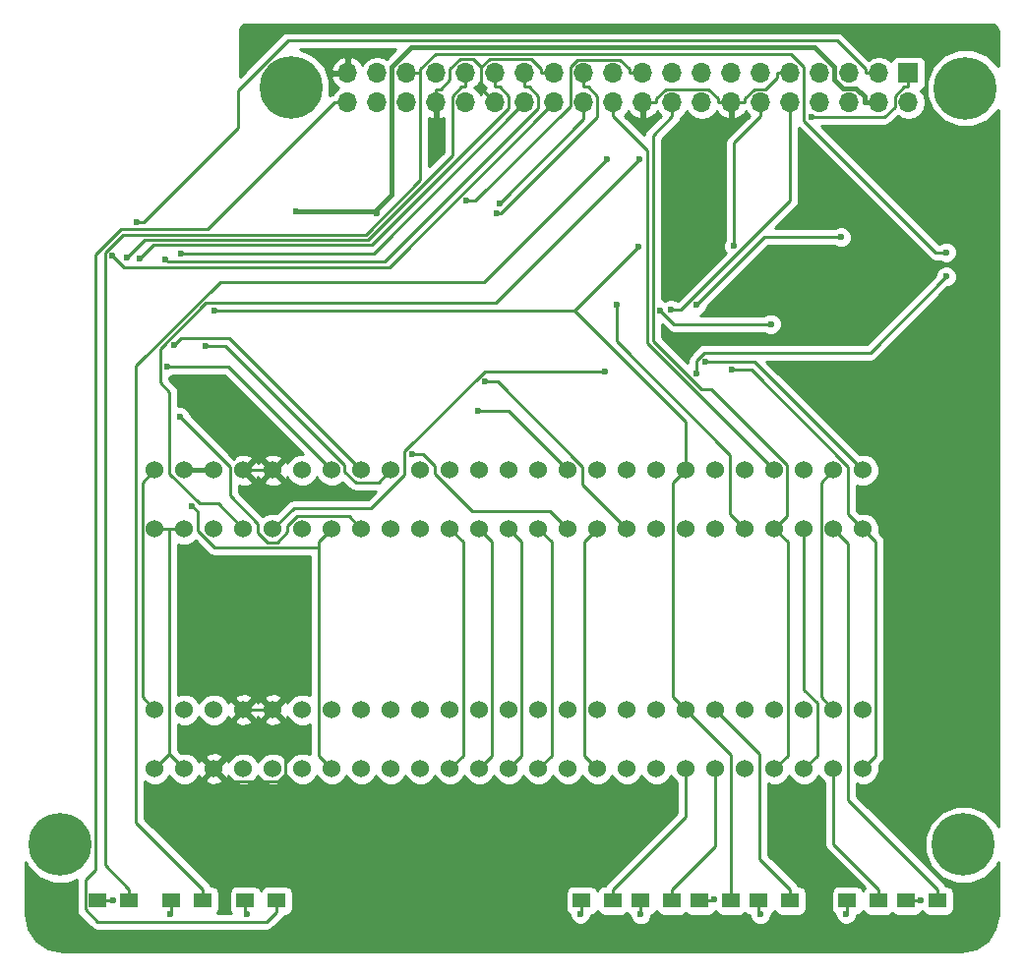
<source format=gbr>
G04 #@! TF.FileFunction,Copper,L1,Top,Signal*
%FSLAX46Y46*%
G04 Gerber Fmt 4.6, Leading zero omitted, Abs format (unit mm)*
G04 Created by KiCad (PCBNEW 4.0.7) date 05/09/18 01:25:05*
%MOMM*%
%LPD*%
G01*
G04 APERTURE LIST*
%ADD10C,0.100000*%
%ADD11C,5.400000*%
%ADD12C,1.524000*%
%ADD13R,1.500000X1.300000*%
%ADD14R,1.700000X1.700000*%
%ADD15O,1.700000X1.700000*%
%ADD16C,0.600000*%
%ADD17C,0.250000*%
%ADD18C,0.400000*%
%ADD19C,0.254000*%
G04 APERTURE END LIST*
D10*
D11*
X210312000Y-122174000D03*
X132588000Y-122174000D03*
X152459000Y-56992500D03*
D12*
X201676000Y-110561000D03*
X201676000Y-115641000D03*
X199136000Y-110561000D03*
X199136000Y-115641000D03*
X196596000Y-110561000D03*
X196596000Y-115641000D03*
X194056000Y-110561000D03*
X194056000Y-115641000D03*
X191516000Y-110561000D03*
X191516000Y-115641000D03*
X188976000Y-110561000D03*
X188976000Y-115641000D03*
X186436000Y-110561000D03*
X186436000Y-115641000D03*
X183896000Y-110561000D03*
X183896000Y-115641000D03*
X181356000Y-110561000D03*
X181356000Y-115641000D03*
X178816000Y-110561000D03*
X178816000Y-115641000D03*
X176276000Y-110561000D03*
X176276000Y-115641000D03*
X173736000Y-110561000D03*
X173736000Y-115641000D03*
X171196000Y-110561000D03*
X171196000Y-115641000D03*
X168656000Y-110561000D03*
X168656000Y-115641000D03*
X166116000Y-110561000D03*
X166116000Y-115641000D03*
X163576000Y-110561000D03*
X163576000Y-115641000D03*
X161036000Y-110561000D03*
X161036000Y-115641000D03*
X158496000Y-110561000D03*
X158496000Y-115641000D03*
X155956000Y-110561000D03*
X155956000Y-115641000D03*
X153416000Y-110561000D03*
X153416000Y-115641000D03*
X150876000Y-110561000D03*
X150876000Y-115641000D03*
X148336000Y-110561000D03*
X148336000Y-115641000D03*
X145796000Y-110561000D03*
X145796000Y-115641000D03*
X143256000Y-110561000D03*
X143256000Y-115641000D03*
X140716000Y-110561000D03*
X140716000Y-115641000D03*
X201676000Y-89916000D03*
X201676000Y-94996000D03*
X199136000Y-89916000D03*
X199136000Y-94996000D03*
X196596000Y-89916000D03*
X196596000Y-94996000D03*
X194056000Y-89916000D03*
X194056000Y-94996000D03*
X191516000Y-89916000D03*
X191516000Y-94996000D03*
X188976000Y-89916000D03*
X188976000Y-94996000D03*
X186436000Y-89916000D03*
X186436000Y-94996000D03*
X183896000Y-89916000D03*
X183896000Y-94996000D03*
X181356000Y-89916000D03*
X181356000Y-94996000D03*
X178816000Y-89916000D03*
X178816000Y-94996000D03*
X176276000Y-89916000D03*
X176276000Y-94996000D03*
X173736000Y-89916000D03*
X173736000Y-94996000D03*
X171196000Y-89916000D03*
X171196000Y-94996000D03*
X168656000Y-89916000D03*
X168656000Y-94996000D03*
X166116000Y-89916000D03*
X166116000Y-94996000D03*
X163576000Y-89916000D03*
X163576000Y-94996000D03*
X161036000Y-89916000D03*
X161036000Y-94996000D03*
X158496000Y-89916000D03*
X158496000Y-94996000D03*
X155956000Y-89916000D03*
X155956000Y-94996000D03*
X153416000Y-89916000D03*
X153416000Y-94996000D03*
X150876000Y-89916000D03*
X150876000Y-94996000D03*
X148336000Y-89916000D03*
X148336000Y-94996000D03*
X145796000Y-89916000D03*
X145796000Y-94996000D03*
X143256000Y-89916000D03*
X143256000Y-94996000D03*
X140716000Y-89916000D03*
X140716000Y-94996000D03*
D13*
X208106000Y-127000000D03*
X205406000Y-127000000D03*
X203026000Y-127000000D03*
X200326000Y-127000000D03*
X195406000Y-127000000D03*
X192706000Y-127000000D03*
X190326000Y-127000000D03*
X187626000Y-127000000D03*
X185246000Y-127000000D03*
X182546000Y-127000000D03*
X180166000Y-127000000D03*
X177466000Y-127000000D03*
X151210000Y-127000000D03*
X148510000Y-127000000D03*
X144860000Y-127000000D03*
X142160000Y-127000000D03*
X138510000Y-127000000D03*
X135810000Y-127000000D03*
D11*
X210483000Y-57023000D03*
D14*
X205572000Y-55727600D03*
D15*
X205572000Y-58267600D03*
X203032000Y-55727600D03*
X203032000Y-58267600D03*
X200492000Y-55727600D03*
X200492000Y-58267600D03*
X197952000Y-55727600D03*
X197952000Y-58267600D03*
X195412000Y-55727600D03*
X195412000Y-58267600D03*
X192872000Y-55727600D03*
X192872000Y-58267600D03*
X190332000Y-55727600D03*
X190332000Y-58267600D03*
X187792000Y-55727600D03*
X187792000Y-58267600D03*
X185252000Y-55727600D03*
X185252000Y-58267600D03*
X182712000Y-55727600D03*
X182712000Y-58267600D03*
X180172000Y-55727600D03*
X180172000Y-58267600D03*
X177632000Y-55727600D03*
X177632000Y-58267600D03*
X175092000Y-55727600D03*
X175092000Y-58267600D03*
X172552000Y-55727600D03*
X172552000Y-58267600D03*
X170012000Y-55727600D03*
X170012000Y-58267600D03*
X167472000Y-55727600D03*
X167472000Y-58267600D03*
X164932000Y-55727600D03*
X164932000Y-58267600D03*
X162392000Y-55727600D03*
X162392000Y-58267600D03*
X159852000Y-55727600D03*
X159852000Y-58267600D03*
X157312000Y-55727600D03*
X157312000Y-58267600D03*
D16*
X152908000Y-67618600D03*
X159809300Y-67767700D03*
X138300300Y-71575000D03*
X137061800Y-71459600D03*
X179618100Y-63104100D03*
X141636100Y-71749200D03*
X143002000Y-71296000D03*
X139192000Y-68546200D03*
X139425200Y-71686300D03*
X188126700Y-80597700D03*
X190355600Y-81286400D03*
X184213600Y-76141300D03*
X193735100Y-77330000D03*
X180471900Y-75658500D03*
X199788500Y-69859600D03*
X187325000Y-75707500D03*
X182322200Y-70680500D03*
X145808000Y-76180300D03*
X208824900Y-73247500D03*
X187340000Y-81579900D03*
X169144500Y-82281500D03*
X168538600Y-84789300D03*
X162903200Y-88565700D03*
X145094900Y-79198300D03*
X142400100Y-79124400D03*
X142855100Y-85320700D03*
X141779400Y-81004400D03*
X143918300Y-93046400D03*
X179418700Y-81442300D03*
X197228600Y-59498900D03*
X170112500Y-67761400D03*
X185152800Y-76113600D03*
X206660300Y-127000000D03*
X200223700Y-128177600D03*
X192822600Y-128187500D03*
X188891000Y-126920000D03*
X182546000Y-128184100D03*
X177333200Y-128176100D03*
X148666400Y-128194800D03*
X142040000Y-128185100D03*
X137094200Y-127005000D03*
X190580800Y-70623000D03*
X182445000Y-63104100D03*
X208824900Y-71157500D03*
X167552900Y-66709000D03*
X170368400Y-66939800D03*
D17*
X151975200Y-111660200D02*
X150876000Y-110561000D01*
X151975200Y-116130100D02*
X151975200Y-111660200D01*
X151366300Y-116739000D02*
X151975200Y-116130100D01*
X146894000Y-116739000D02*
X151366300Y-116739000D01*
X145796000Y-115641000D02*
X146894000Y-116739000D01*
X150876000Y-110561000D02*
X148336000Y-110561000D01*
X148336000Y-89916000D02*
X150876000Y-89916000D01*
X189156700Y-57900200D02*
X189156700Y-58267600D01*
X188348800Y-57092300D02*
X189156700Y-57900200D01*
X184695300Y-57092300D02*
X188348800Y-57092300D01*
X183887300Y-57900300D02*
X184695300Y-57092300D01*
X183887300Y-58267600D02*
X183887300Y-57900300D01*
X182712000Y-58267600D02*
X183887300Y-58267600D01*
X190332000Y-58267600D02*
X189156700Y-58267600D01*
X175092000Y-55727600D02*
X173916700Y-55727600D01*
X191507300Y-57900200D02*
X191507300Y-58267600D01*
X192315200Y-57092300D02*
X191507300Y-57900200D01*
X193239400Y-57092300D02*
X192315200Y-57092300D01*
X194236700Y-56095000D02*
X193239400Y-57092300D01*
X194236700Y-55727600D02*
X194236700Y-56095000D01*
X195412000Y-55727600D02*
X194236700Y-55727600D01*
X190332000Y-58267600D02*
X191507300Y-58267600D01*
X164932000Y-58267600D02*
X164932000Y-57092300D01*
X165299400Y-57092300D02*
X164932000Y-57092300D01*
X166107300Y-56284400D02*
X165299400Y-57092300D01*
X166107300Y-55370900D02*
X166107300Y-56284400D01*
X166971700Y-54506500D02*
X166107300Y-55370900D01*
X168101900Y-54506500D02*
X166971700Y-54506500D01*
X168818800Y-55223400D02*
X168101900Y-54506500D01*
X169515000Y-54527200D02*
X168818800Y-55223400D01*
X173083600Y-54527200D02*
X169515000Y-54527200D01*
X173916700Y-55360300D02*
X173083600Y-54527200D01*
X173916700Y-55727600D02*
X173916700Y-55360300D01*
X168818800Y-57074400D02*
X170012000Y-58267600D01*
X168818800Y-55223400D02*
X168818800Y-57074400D01*
D18*
X203032000Y-58267600D02*
X201781700Y-58267600D01*
X145796000Y-89916000D02*
X143256000Y-89916000D01*
X159660200Y-67618600D02*
X159809300Y-67767700D01*
X152908000Y-67618600D02*
X159660200Y-67618600D01*
X201781700Y-57720500D02*
X201781700Y-58267600D01*
X201078500Y-57017300D02*
X201781700Y-57720500D01*
X199945500Y-57017300D02*
X201078500Y-57017300D01*
X199222000Y-56293800D02*
X199945500Y-57017300D01*
X199222000Y-55222800D02*
X199222000Y-56293800D01*
X197527400Y-53528200D02*
X199222000Y-55222800D01*
X162816800Y-53528200D02*
X197527400Y-53528200D01*
X161122000Y-55223000D02*
X162816800Y-53528200D01*
X161122000Y-66156800D02*
X161122000Y-55223000D01*
X159660200Y-67618600D02*
X161122000Y-66156800D01*
D17*
X167472000Y-55727600D02*
X167472000Y-56902900D01*
X139795800Y-70079500D02*
X138300300Y-71575000D01*
X159056300Y-70079500D02*
X139795800Y-70079500D01*
X166296700Y-62839100D02*
X159056300Y-70079500D01*
X166296700Y-57710800D02*
X166296700Y-62839100D01*
X167104600Y-56902900D02*
X166296700Y-57710800D01*
X167472000Y-56902900D02*
X167104600Y-56902900D01*
X160931900Y-72427700D02*
X175092000Y-58267600D01*
X138029900Y-72427700D02*
X160931900Y-72427700D01*
X137061800Y-71459600D02*
X138029900Y-72427700D01*
X144860000Y-127000000D02*
X144860000Y-126024700D01*
X139105600Y-120270300D02*
X144860000Y-126024700D01*
X139105600Y-80897700D02*
X139105600Y-120270300D01*
X146318400Y-73684900D02*
X139105600Y-80897700D01*
X169037300Y-73684900D02*
X146318400Y-73684900D01*
X179618100Y-63104100D02*
X169037300Y-73684900D01*
X157312000Y-58267600D02*
X156136700Y-58267600D01*
X151210000Y-127000000D02*
X151210000Y-127975300D01*
X150340700Y-128844600D02*
X151210000Y-127975300D01*
X135781900Y-128844600D02*
X150340700Y-128844600D01*
X134715300Y-127778000D02*
X135781900Y-128844600D01*
X134715300Y-125218700D02*
X134715300Y-127778000D01*
X135613300Y-124320700D02*
X134715300Y-125218700D01*
X135613300Y-71377700D02*
X135613300Y-124320700D01*
X137812200Y-69178800D02*
X135613300Y-71377700D01*
X145225500Y-69178800D02*
X137812200Y-69178800D01*
X156136700Y-58267600D02*
X145225500Y-69178800D01*
X172552000Y-55727600D02*
X172552000Y-56902900D01*
X141864200Y-71977300D02*
X141636100Y-71749200D01*
X160515900Y-71977300D02*
X141864200Y-71977300D01*
X173727300Y-58765900D02*
X160515900Y-71977300D01*
X173727300Y-57710800D02*
X173727300Y-58765900D01*
X172919400Y-56902900D02*
X173727300Y-57710800D01*
X172552000Y-56902900D02*
X172919400Y-56902900D01*
X159523600Y-71296000D02*
X143002000Y-71296000D01*
X172552000Y-58267600D02*
X159523600Y-71296000D01*
X203032000Y-55727600D02*
X201856700Y-55727600D01*
X139741800Y-68546200D02*
X139192000Y-68546200D01*
X147888600Y-60399400D02*
X139741800Y-68546200D01*
X147888600Y-57225400D02*
X147888600Y-60399400D01*
X152173900Y-52940100D02*
X147888600Y-57225400D01*
X199436500Y-52940100D02*
X152173900Y-52940100D01*
X201856700Y-55360300D02*
X199436500Y-52940100D01*
X201856700Y-55727600D02*
X201856700Y-55360300D01*
X170012000Y-55727600D02*
X170012000Y-56902900D01*
X140581600Y-70529900D02*
X139425200Y-71686300D01*
X159416100Y-70529900D02*
X140581600Y-70529900D01*
X171187300Y-58758700D02*
X159416100Y-70529900D01*
X171187300Y-57710800D02*
X171187300Y-58758700D01*
X170379400Y-56902900D02*
X171187300Y-57710800D01*
X170012000Y-56902900D02*
X170379400Y-56902900D01*
X192357700Y-80597700D02*
X201676000Y-89916000D01*
X188126700Y-80597700D02*
X192357700Y-80597700D01*
X202777100Y-96097100D02*
X201676000Y-94996000D01*
X202777100Y-114539900D02*
X202777100Y-96097100D01*
X201676000Y-115641000D02*
X202777100Y-114539900D01*
X200406000Y-93726000D02*
X201676000Y-94996000D01*
X200406000Y-89642300D02*
X200406000Y-93726000D01*
X192050100Y-81286400D02*
X200406000Y-89642300D01*
X190355600Y-81286400D02*
X192050100Y-81286400D01*
X198044900Y-109469900D02*
X199136000Y-110561000D01*
X198044900Y-91007100D02*
X198044900Y-109469900D01*
X199136000Y-89916000D02*
X198044900Y-91007100D01*
X199136000Y-122134700D02*
X203026000Y-126024700D01*
X199136000Y-115641000D02*
X199136000Y-122134700D01*
X203026000Y-127000000D02*
X203026000Y-126024700D01*
X185402300Y-77330000D02*
X193735100Y-77330000D01*
X184213600Y-76141300D02*
X185402300Y-77330000D01*
X197707200Y-114529800D02*
X196596000Y-115641000D01*
X197707200Y-109948000D02*
X197707200Y-114529800D01*
X196596000Y-108836800D02*
X197707200Y-109948000D01*
X196596000Y-94996000D02*
X196596000Y-108836800D01*
X195167200Y-114529800D02*
X194056000Y-115641000D01*
X195167200Y-96107200D02*
X195167200Y-114529800D01*
X194056000Y-94996000D02*
X195167200Y-96107200D01*
X185252000Y-58267600D02*
X185252000Y-59442900D01*
X195145100Y-93906900D02*
X194056000Y-94996000D01*
X195145100Y-89459700D02*
X195145100Y-93906900D01*
X188608300Y-82922900D02*
X195145100Y-89459700D01*
X187744000Y-82922900D02*
X188608300Y-82922900D01*
X183588300Y-78767200D02*
X187744000Y-82922900D01*
X183588300Y-61106600D02*
X183588300Y-78767200D01*
X185252000Y-59442900D02*
X183588300Y-61106600D01*
X190246000Y-93726000D02*
X191516000Y-94996000D01*
X190246000Y-88607600D02*
X190246000Y-93726000D01*
X180471900Y-78833500D02*
X190246000Y-88607600D01*
X180471900Y-75658500D02*
X180471900Y-78833500D01*
X192786000Y-114371000D02*
X188976000Y-110561000D01*
X192786000Y-123404700D02*
X192786000Y-114371000D01*
X195406000Y-126024700D02*
X192786000Y-123404700D01*
X195406000Y-127000000D02*
X195406000Y-126024700D01*
X193172900Y-69859600D02*
X187325000Y-75707500D01*
X199788500Y-69859600D02*
X193172900Y-69859600D01*
X188976000Y-122294700D02*
X185246000Y-126024700D01*
X188976000Y-115641000D02*
X188976000Y-122294700D01*
X185246000Y-127000000D02*
X185246000Y-126024700D01*
X190326000Y-114451000D02*
X190326000Y-127000000D01*
X186436000Y-110561000D02*
X190326000Y-114451000D01*
X185341200Y-109466200D02*
X186436000Y-110561000D01*
X185341200Y-91010800D02*
X185341200Y-109466200D01*
X186436000Y-89916000D02*
X185341200Y-91010800D01*
X145835400Y-76152900D02*
X145808000Y-76180300D01*
X176860600Y-76152900D02*
X145835400Y-76152900D01*
X176860600Y-76142100D02*
X176860600Y-76152900D01*
X182322200Y-70680500D02*
X176860600Y-76142100D01*
X186436000Y-85728300D02*
X186436000Y-89916000D01*
X176860600Y-76152900D02*
X186436000Y-85728300D01*
X180166000Y-127000000D02*
X180166000Y-126024700D01*
X186436000Y-119754700D02*
X180166000Y-126024700D01*
X186436000Y-115641000D02*
X186436000Y-119754700D01*
X202287900Y-79784500D02*
X208824900Y-73247500D01*
X188044100Y-79784500D02*
X202287900Y-79784500D01*
X187340000Y-80488600D02*
X188044100Y-79784500D01*
X187340000Y-81579900D02*
X187340000Y-80488600D01*
X177546000Y-91186000D02*
X181356000Y-94996000D01*
X177546000Y-89639100D02*
X177546000Y-91186000D01*
X170188400Y-82281500D02*
X177546000Y-89639100D01*
X169144500Y-82281500D02*
X170188400Y-82281500D01*
X177704700Y-114529700D02*
X178816000Y-115641000D01*
X177704700Y-96107300D02*
X177704700Y-114529700D01*
X178816000Y-94996000D02*
X177704700Y-96107300D01*
X171149300Y-84789300D02*
X176276000Y-89916000D01*
X168538600Y-84789300D02*
X171149300Y-84789300D01*
X163831100Y-88565700D02*
X162903200Y-88565700D01*
X164846000Y-89580600D02*
X163831100Y-88565700D01*
X164846000Y-90241000D02*
X164846000Y-89580600D01*
X168039400Y-93434400D02*
X164846000Y-90241000D01*
X174714400Y-93434400D02*
X168039400Y-93434400D01*
X176276000Y-94996000D02*
X174714400Y-93434400D01*
X174847200Y-114529800D02*
X173736000Y-115641000D01*
X174847200Y-96107200D02*
X174847200Y-114529800D01*
X173736000Y-94996000D02*
X174847200Y-96107200D01*
X172287200Y-114549800D02*
X171196000Y-115641000D01*
X172287200Y-96087200D02*
X172287200Y-114549800D01*
X171196000Y-94996000D02*
X172287200Y-96087200D01*
X169757100Y-114539900D02*
X168656000Y-115641000D01*
X169757100Y-96097100D02*
X169757100Y-114539900D01*
X168656000Y-94996000D02*
X169757100Y-96097100D01*
X167227200Y-114529800D02*
X166116000Y-115641000D01*
X167227200Y-96107200D02*
X167227200Y-114529800D01*
X166116000Y-94996000D02*
X167227200Y-96107200D01*
X159948600Y-91003400D02*
X161036000Y-89916000D01*
X158005300Y-91003400D02*
X159948600Y-91003400D01*
X157043400Y-90041500D02*
X158005300Y-91003400D01*
X157043400Y-89464200D02*
X157043400Y-90041500D01*
X146777500Y-79198300D02*
X157043400Y-89464200D01*
X145094900Y-79198300D02*
X146777500Y-79198300D01*
X142951500Y-78573000D02*
X142400100Y-79124400D01*
X147153000Y-78573000D02*
X142951500Y-78573000D01*
X158496000Y-89916000D02*
X147153000Y-78573000D01*
X147184900Y-89650500D02*
X142855100Y-85320700D01*
X147184900Y-92120700D02*
X147184900Y-89650500D01*
X149606000Y-94541800D02*
X147184900Y-92120700D01*
X149606000Y-95317200D02*
X149606000Y-94541800D01*
X150411900Y-96123100D02*
X149606000Y-95317200D01*
X151288600Y-96123100D02*
X150411900Y-96123100D01*
X152146000Y-95265700D02*
X151288600Y-96123100D01*
X152146000Y-94701400D02*
X152146000Y-95265700D01*
X152938800Y-93908600D02*
X152146000Y-94701400D01*
X157408600Y-93908600D02*
X152938800Y-93908600D01*
X158496000Y-94996000D02*
X157408600Y-93908600D01*
X147044400Y-81004400D02*
X141779400Y-81004400D01*
X155956000Y-89916000D02*
X147044400Y-81004400D01*
X144366700Y-93494800D02*
X143918300Y-93046400D01*
X144366700Y-95111200D02*
X144366700Y-93494800D01*
X145829000Y-96573500D02*
X144366700Y-95111200D01*
X154844700Y-96573500D02*
X145829000Y-96573500D01*
X154844700Y-114529700D02*
X154844700Y-96573500D01*
X155956000Y-115641000D02*
X154844700Y-114529700D01*
X154844700Y-96107300D02*
X155956000Y-94996000D01*
X154844700Y-96573500D02*
X154844700Y-96107300D01*
X169099400Y-81442300D02*
X179418700Y-81442300D01*
X162214800Y-88326900D02*
X169099400Y-81442300D01*
X162214800Y-90320300D02*
X162214800Y-88326900D01*
X159327300Y-93207800D02*
X162214800Y-90320300D01*
X152664200Y-93207800D02*
X159327300Y-93207800D01*
X150876000Y-94996000D02*
X152664200Y-93207800D01*
X140716000Y-94996000D02*
X141986000Y-94996000D01*
X141986000Y-94996000D02*
X143256000Y-94996000D01*
X141986000Y-94996000D02*
X141986000Y-114371000D01*
X140716000Y-115641000D02*
X141986000Y-114371000D01*
X141986000Y-114371000D02*
X143256000Y-115641000D01*
X139628500Y-109473500D02*
X140716000Y-110561000D01*
X139628500Y-91003500D02*
X139628500Y-109473500D01*
X140716000Y-89916000D02*
X139628500Y-91003500D01*
X200406000Y-118324700D02*
X208106000Y-126024700D01*
X200406000Y-96266000D02*
X200406000Y-118324700D01*
X199136000Y-94996000D02*
X200406000Y-96266000D01*
X208106000Y-127000000D02*
X208106000Y-126024700D01*
X205204600Y-56902900D02*
X205572000Y-56902900D01*
X204396700Y-57710800D02*
X205204600Y-56902900D01*
X204396700Y-58618800D02*
X204396700Y-57710800D01*
X203516600Y-59498900D02*
X204396700Y-58618800D01*
X197228600Y-59498900D02*
X203516600Y-59498900D01*
X205572000Y-55727600D02*
X205572000Y-56902900D01*
X177632000Y-55727600D02*
X177632000Y-56902900D01*
X170518000Y-67761400D02*
X170112500Y-67761400D01*
X178807300Y-59472100D02*
X170518000Y-67761400D01*
X178807300Y-57710800D02*
X178807300Y-59472100D01*
X177999400Y-56902900D02*
X178807300Y-57710800D01*
X177632000Y-56902900D02*
X177999400Y-56902900D01*
X185996300Y-76113600D02*
X185152800Y-76113600D01*
X195412000Y-66697900D02*
X185996300Y-76113600D01*
X195412000Y-58267600D02*
X195412000Y-66697900D01*
X205406000Y-127000000D02*
X206481300Y-127000000D01*
X206481300Y-127000000D02*
X206660300Y-127000000D01*
X200326000Y-128075300D02*
X200223700Y-128177600D01*
X200326000Y-127000000D02*
X200326000Y-128075300D01*
X192706000Y-128070900D02*
X192822600Y-128187500D01*
X192706000Y-127000000D02*
X192706000Y-128070900D01*
X187626000Y-127000000D02*
X188701300Y-127000000D01*
X188811000Y-127000000D02*
X188891000Y-126920000D01*
X188701300Y-127000000D02*
X188811000Y-127000000D01*
X182546000Y-127000000D02*
X182546000Y-128184100D01*
X177466000Y-128043300D02*
X177333200Y-128176100D01*
X177466000Y-127000000D02*
X177466000Y-128043300D01*
X148510000Y-128038400D02*
X148510000Y-127000000D01*
X148666400Y-128194800D02*
X148510000Y-128038400D01*
X142160000Y-128065100D02*
X142040000Y-128185100D01*
X142160000Y-127000000D02*
X142160000Y-128065100D01*
X136890300Y-127005000D02*
X136885300Y-127000000D01*
X137094200Y-127005000D02*
X136890300Y-127005000D01*
X135810000Y-127000000D02*
X136885300Y-127000000D01*
X192872000Y-58267600D02*
X192872000Y-59442900D01*
X190580800Y-61734100D02*
X190580800Y-70623000D01*
X192872000Y-59442900D02*
X190580800Y-61734100D01*
X146154000Y-92814000D02*
X148336000Y-94996000D01*
X144570300Y-92814000D02*
X146154000Y-92814000D01*
X141986100Y-90229800D02*
X144570300Y-92814000D01*
X141986000Y-90229800D02*
X141986100Y-90229800D01*
X141986000Y-83217700D02*
X141986000Y-90229800D01*
X141154100Y-82385800D02*
X141986000Y-83217700D01*
X141154100Y-79486100D02*
X141154100Y-82385800D01*
X145112600Y-75527600D02*
X141154100Y-79486100D01*
X170021500Y-75527600D02*
X145112600Y-75527600D01*
X182445000Y-63104100D02*
X170021500Y-75527600D01*
X183078300Y-78938300D02*
X194056000Y-89916000D01*
X183078300Y-62349200D02*
X183078300Y-78938300D01*
X180172000Y-59442900D02*
X183078300Y-62349200D01*
X180172000Y-58267600D02*
X180172000Y-59442900D01*
X162392000Y-55727600D02*
X163567300Y-55727600D01*
X138510000Y-127000000D02*
X138510000Y-126024700D01*
X163567300Y-55356300D02*
X163567300Y-55727600D01*
X164870000Y-54053600D02*
X163567300Y-55356300D01*
X195428200Y-54053600D02*
X164870000Y-54053600D01*
X196587500Y-55212900D02*
X195428200Y-54053600D01*
X196587500Y-59801700D02*
X196587500Y-55212900D01*
X207943300Y-71157500D02*
X196587500Y-59801700D01*
X208824900Y-71157500D02*
X207943300Y-71157500D01*
X136421300Y-123936000D02*
X138510000Y-126024700D01*
X136421300Y-71214700D02*
X136421300Y-123936000D01*
X138006900Y-69629100D02*
X136421300Y-71214700D01*
X158852600Y-69629100D02*
X138006900Y-69629100D01*
X163567300Y-64914400D02*
X158852600Y-69629100D01*
X163567300Y-55727600D02*
X163567300Y-64914400D01*
X182712000Y-55727600D02*
X181536700Y-55727600D01*
X168313400Y-66709000D02*
X167552900Y-66709000D01*
X176456600Y-58565800D02*
X168313400Y-66709000D01*
X176456600Y-55208600D02*
X176456600Y-58565800D01*
X177112900Y-54552300D02*
X176456600Y-55208600D01*
X180728800Y-54552300D02*
X177112900Y-54552300D01*
X181536700Y-55360200D02*
X180728800Y-54552300D01*
X181536700Y-55727600D02*
X181536700Y-55360200D01*
X177632000Y-59676200D02*
X177632000Y-58267600D01*
X170368400Y-66939800D02*
X177632000Y-59676200D01*
D19*
G36*
X212933979Y-51565478D02*
X213111145Y-51683856D01*
X213229521Y-51861019D01*
X213285000Y-52139931D01*
X213285000Y-55109371D01*
X212374593Y-54197373D01*
X211149283Y-53688580D01*
X209822538Y-53687422D01*
X208596342Y-54194076D01*
X207657373Y-55131407D01*
X207148580Y-56356717D01*
X207147422Y-57683462D01*
X207654076Y-58909658D01*
X208591407Y-59848627D01*
X209816717Y-60357420D01*
X211143462Y-60358578D01*
X212369658Y-59851924D01*
X213285000Y-58938179D01*
X213285000Y-120636032D01*
X213140924Y-120287342D01*
X212203593Y-119348373D01*
X210978283Y-118839580D01*
X209651538Y-118838422D01*
X208425342Y-119345076D01*
X207486373Y-120282407D01*
X206977580Y-121507717D01*
X206976422Y-122834462D01*
X207483076Y-124060658D01*
X208420407Y-124999627D01*
X209645717Y-125508420D01*
X210972462Y-125509578D01*
X212198658Y-125002924D01*
X213137627Y-124065593D01*
X213285000Y-123710679D01*
X213285000Y-128166643D01*
X213029525Y-129451001D01*
X212360546Y-130452202D01*
X211359080Y-131121360D01*
X210114760Y-131370000D01*
X132784931Y-131370000D01*
X131534005Y-131121175D01*
X130532804Y-130452196D01*
X129863646Y-129450730D01*
X129615000Y-128206380D01*
X129615000Y-123711968D01*
X129759076Y-124060658D01*
X130696407Y-124999627D01*
X131921717Y-125508420D01*
X133248462Y-125509578D01*
X133955556Y-125217413D01*
X133955300Y-125218700D01*
X133955300Y-127778000D01*
X134013152Y-128068839D01*
X134177899Y-128315401D01*
X135244499Y-129382001D01*
X135491060Y-129546748D01*
X135781900Y-129604600D01*
X150340700Y-129604600D01*
X150631539Y-129546748D01*
X150878101Y-129382001D01*
X151747401Y-128512701D01*
X151891233Y-128297440D01*
X151960000Y-128297440D01*
X152195317Y-128253162D01*
X152411441Y-128114090D01*
X152556431Y-127901890D01*
X152607440Y-127650000D01*
X152607440Y-126350000D01*
X152563162Y-126114683D01*
X152424090Y-125898559D01*
X152211890Y-125753569D01*
X151960000Y-125702560D01*
X150460000Y-125702560D01*
X150224683Y-125746838D01*
X150008559Y-125885910D01*
X149863569Y-126098110D01*
X149860919Y-126111197D01*
X149724090Y-125898559D01*
X149511890Y-125753569D01*
X149260000Y-125702560D01*
X147760000Y-125702560D01*
X147524683Y-125746838D01*
X147308559Y-125885910D01*
X147163569Y-126098110D01*
X147112560Y-126350000D01*
X147112560Y-127650000D01*
X147156838Y-127885317D01*
X147285073Y-128084600D01*
X146081591Y-128084600D01*
X146206431Y-127901890D01*
X146257440Y-127650000D01*
X146257440Y-126350000D01*
X146213162Y-126114683D01*
X146074090Y-125898559D01*
X145861890Y-125753569D01*
X145610000Y-125702560D01*
X145541233Y-125702560D01*
X145397401Y-125487299D01*
X139865600Y-119955498D01*
X139865600Y-116766498D01*
X139923630Y-116824629D01*
X140436900Y-117037757D01*
X140992661Y-117038242D01*
X141506303Y-116826010D01*
X141899629Y-116433370D01*
X141985949Y-116225488D01*
X142070990Y-116431303D01*
X142463630Y-116824629D01*
X142976900Y-117037757D01*
X143532661Y-117038242D01*
X144046303Y-116826010D01*
X144251457Y-116621213D01*
X144995392Y-116621213D01*
X145064857Y-116863397D01*
X145588302Y-117050144D01*
X146143368Y-117022362D01*
X146527143Y-116863397D01*
X146596608Y-116621213D01*
X145796000Y-115820605D01*
X144995392Y-116621213D01*
X144251457Y-116621213D01*
X144439629Y-116433370D01*
X144519395Y-116241273D01*
X144573603Y-116372143D01*
X144815787Y-116441608D01*
X145616395Y-115641000D01*
X144815787Y-114840392D01*
X144573603Y-114909857D01*
X144523491Y-115050318D01*
X144441010Y-114850697D01*
X144251432Y-114660787D01*
X144995392Y-114660787D01*
X145796000Y-115461395D01*
X146596608Y-114660787D01*
X146527143Y-114418603D01*
X146003698Y-114231856D01*
X145448632Y-114259638D01*
X145064857Y-114418603D01*
X144995392Y-114660787D01*
X144251432Y-114660787D01*
X144048370Y-114457371D01*
X143535100Y-114244243D01*
X142979339Y-114243758D01*
X142946945Y-114257143D01*
X142746000Y-114056198D01*
X142746000Y-111861879D01*
X142976900Y-111957757D01*
X143532661Y-111958242D01*
X144046303Y-111746010D01*
X144439629Y-111353370D01*
X144525949Y-111145488D01*
X144610990Y-111351303D01*
X145003630Y-111744629D01*
X145516900Y-111957757D01*
X146072661Y-111958242D01*
X146586303Y-111746010D01*
X146791457Y-111541213D01*
X147535392Y-111541213D01*
X147604857Y-111783397D01*
X148128302Y-111970144D01*
X148683368Y-111942362D01*
X149067143Y-111783397D01*
X149136608Y-111541213D01*
X150075392Y-111541213D01*
X150144857Y-111783397D01*
X150668302Y-111970144D01*
X151223368Y-111942362D01*
X151607143Y-111783397D01*
X151676608Y-111541213D01*
X150876000Y-110740605D01*
X150075392Y-111541213D01*
X149136608Y-111541213D01*
X148336000Y-110740605D01*
X147535392Y-111541213D01*
X146791457Y-111541213D01*
X146979629Y-111353370D01*
X147059395Y-111161273D01*
X147113603Y-111292143D01*
X147355787Y-111361608D01*
X148156395Y-110561000D01*
X148515605Y-110561000D01*
X149316213Y-111361608D01*
X149558397Y-111292143D01*
X149602453Y-111168656D01*
X149653603Y-111292143D01*
X149895787Y-111361608D01*
X150696395Y-110561000D01*
X149895787Y-109760392D01*
X149653603Y-109829857D01*
X149609547Y-109953344D01*
X149558397Y-109829857D01*
X149316213Y-109760392D01*
X148515605Y-110561000D01*
X148156395Y-110561000D01*
X147355787Y-109760392D01*
X147113603Y-109829857D01*
X147063491Y-109970318D01*
X146981010Y-109770697D01*
X146791432Y-109580787D01*
X147535392Y-109580787D01*
X148336000Y-110381395D01*
X149136608Y-109580787D01*
X150075392Y-109580787D01*
X150876000Y-110381395D01*
X151676608Y-109580787D01*
X151607143Y-109338603D01*
X151083698Y-109151856D01*
X150528632Y-109179638D01*
X150144857Y-109338603D01*
X150075392Y-109580787D01*
X149136608Y-109580787D01*
X149067143Y-109338603D01*
X148543698Y-109151856D01*
X147988632Y-109179638D01*
X147604857Y-109338603D01*
X147535392Y-109580787D01*
X146791432Y-109580787D01*
X146588370Y-109377371D01*
X146075100Y-109164243D01*
X145519339Y-109163758D01*
X145005697Y-109375990D01*
X144612371Y-109768630D01*
X144526051Y-109976512D01*
X144441010Y-109770697D01*
X144048370Y-109377371D01*
X143535100Y-109164243D01*
X142979339Y-109163758D01*
X142746000Y-109260171D01*
X142746000Y-96296879D01*
X142976900Y-96392757D01*
X143532661Y-96393242D01*
X144046303Y-96181010D01*
X144204143Y-96023445D01*
X145291598Y-97110901D01*
X145456345Y-97220980D01*
X145538161Y-97275648D01*
X145829000Y-97333500D01*
X154084700Y-97333500D01*
X154084700Y-109326019D01*
X153695100Y-109164243D01*
X153139339Y-109163758D01*
X152625697Y-109375990D01*
X152232371Y-109768630D01*
X152152605Y-109960727D01*
X152098397Y-109829857D01*
X151856213Y-109760392D01*
X151055605Y-110561000D01*
X151856213Y-111361608D01*
X152098397Y-111292143D01*
X152148509Y-111151682D01*
X152230990Y-111351303D01*
X152623630Y-111744629D01*
X153136900Y-111957757D01*
X153692661Y-111958242D01*
X154084700Y-111796255D01*
X154084700Y-114406019D01*
X153695100Y-114244243D01*
X153139339Y-114243758D01*
X152625697Y-114455990D01*
X152232371Y-114848630D01*
X152146051Y-115056512D01*
X152061010Y-114850697D01*
X151668370Y-114457371D01*
X151155100Y-114244243D01*
X150599339Y-114243758D01*
X150085697Y-114455990D01*
X149692371Y-114848630D01*
X149606051Y-115056512D01*
X149521010Y-114850697D01*
X149128370Y-114457371D01*
X148615100Y-114244243D01*
X148059339Y-114243758D01*
X147545697Y-114455990D01*
X147152371Y-114848630D01*
X147072605Y-115040727D01*
X147018397Y-114909857D01*
X146776213Y-114840392D01*
X145975605Y-115641000D01*
X146776213Y-116441608D01*
X147018397Y-116372143D01*
X147068509Y-116231682D01*
X147150990Y-116431303D01*
X147543630Y-116824629D01*
X148056900Y-117037757D01*
X148612661Y-117038242D01*
X149126303Y-116826010D01*
X149519629Y-116433370D01*
X149605949Y-116225488D01*
X149690990Y-116431303D01*
X150083630Y-116824629D01*
X150596900Y-117037757D01*
X151152661Y-117038242D01*
X151666303Y-116826010D01*
X152059629Y-116433370D01*
X152145949Y-116225488D01*
X152230990Y-116431303D01*
X152623630Y-116824629D01*
X153136900Y-117037757D01*
X153692661Y-117038242D01*
X154206303Y-116826010D01*
X154599629Y-116433370D01*
X154685949Y-116225488D01*
X154770990Y-116431303D01*
X155163630Y-116824629D01*
X155676900Y-117037757D01*
X156232661Y-117038242D01*
X156746303Y-116826010D01*
X157139629Y-116433370D01*
X157225949Y-116225488D01*
X157310990Y-116431303D01*
X157703630Y-116824629D01*
X158216900Y-117037757D01*
X158772661Y-117038242D01*
X159286303Y-116826010D01*
X159679629Y-116433370D01*
X159765949Y-116225488D01*
X159850990Y-116431303D01*
X160243630Y-116824629D01*
X160756900Y-117037757D01*
X161312661Y-117038242D01*
X161826303Y-116826010D01*
X162219629Y-116433370D01*
X162305949Y-116225488D01*
X162390990Y-116431303D01*
X162783630Y-116824629D01*
X163296900Y-117037757D01*
X163852661Y-117038242D01*
X164366303Y-116826010D01*
X164759629Y-116433370D01*
X164845949Y-116225488D01*
X164930990Y-116431303D01*
X165323630Y-116824629D01*
X165836900Y-117037757D01*
X166392661Y-117038242D01*
X166906303Y-116826010D01*
X167299629Y-116433370D01*
X167385949Y-116225488D01*
X167470990Y-116431303D01*
X167863630Y-116824629D01*
X168376900Y-117037757D01*
X168932661Y-117038242D01*
X169446303Y-116826010D01*
X169839629Y-116433370D01*
X169925949Y-116225488D01*
X170010990Y-116431303D01*
X170403630Y-116824629D01*
X170916900Y-117037757D01*
X171472661Y-117038242D01*
X171986303Y-116826010D01*
X172379629Y-116433370D01*
X172465949Y-116225488D01*
X172550990Y-116431303D01*
X172943630Y-116824629D01*
X173456900Y-117037757D01*
X174012661Y-117038242D01*
X174526303Y-116826010D01*
X174919629Y-116433370D01*
X175005949Y-116225488D01*
X175090990Y-116431303D01*
X175483630Y-116824629D01*
X175996900Y-117037757D01*
X176552661Y-117038242D01*
X177066303Y-116826010D01*
X177459629Y-116433370D01*
X177545949Y-116225488D01*
X177630990Y-116431303D01*
X178023630Y-116824629D01*
X178536900Y-117037757D01*
X179092661Y-117038242D01*
X179606303Y-116826010D01*
X179999629Y-116433370D01*
X180085949Y-116225488D01*
X180170990Y-116431303D01*
X180563630Y-116824629D01*
X181076900Y-117037757D01*
X181632661Y-117038242D01*
X182146303Y-116826010D01*
X182539629Y-116433370D01*
X182625949Y-116225488D01*
X182710990Y-116431303D01*
X183103630Y-116824629D01*
X183616900Y-117037757D01*
X184172661Y-117038242D01*
X184686303Y-116826010D01*
X185079629Y-116433370D01*
X185165949Y-116225488D01*
X185250990Y-116431303D01*
X185643630Y-116824629D01*
X185676000Y-116838070D01*
X185676000Y-119439898D01*
X179628599Y-125487299D01*
X179484767Y-125702560D01*
X179416000Y-125702560D01*
X179180683Y-125746838D01*
X178964559Y-125885910D01*
X178819569Y-126098110D01*
X178816919Y-126111197D01*
X178680090Y-125898559D01*
X178467890Y-125753569D01*
X178216000Y-125702560D01*
X176716000Y-125702560D01*
X176480683Y-125746838D01*
X176264559Y-125885910D01*
X176119569Y-126098110D01*
X176068560Y-126350000D01*
X176068560Y-127650000D01*
X176112838Y-127885317D01*
X176251910Y-128101441D01*
X176398177Y-128201381D01*
X176398038Y-128361267D01*
X176540083Y-128705043D01*
X176802873Y-128968292D01*
X177146401Y-129110938D01*
X177518367Y-129111262D01*
X177862143Y-128969217D01*
X178125392Y-128706427D01*
X178268038Y-128362899D01*
X178268104Y-128287636D01*
X178451317Y-128253162D01*
X178667441Y-128114090D01*
X178812431Y-127901890D01*
X178815081Y-127888803D01*
X178951910Y-128101441D01*
X179164110Y-128246431D01*
X179416000Y-128297440D01*
X180916000Y-128297440D01*
X181151317Y-128253162D01*
X181358677Y-128119730D01*
X181544110Y-128246431D01*
X181610933Y-128259963D01*
X181610838Y-128369267D01*
X181752883Y-128713043D01*
X182015673Y-128976292D01*
X182359201Y-129118938D01*
X182731167Y-129119262D01*
X183074943Y-128977217D01*
X183338192Y-128714427D01*
X183480838Y-128370899D01*
X183480932Y-128262643D01*
X183531317Y-128253162D01*
X183747441Y-128114090D01*
X183892431Y-127901890D01*
X183895081Y-127888803D01*
X184031910Y-128101441D01*
X184244110Y-128246431D01*
X184496000Y-128297440D01*
X185996000Y-128297440D01*
X186231317Y-128253162D01*
X186438677Y-128119730D01*
X186624110Y-128246431D01*
X186876000Y-128297440D01*
X188376000Y-128297440D01*
X188611317Y-128253162D01*
X188827441Y-128114090D01*
X188972431Y-127901890D01*
X188975081Y-127888803D01*
X189111910Y-128101441D01*
X189324110Y-128246431D01*
X189576000Y-128297440D01*
X191076000Y-128297440D01*
X191311317Y-128253162D01*
X191518677Y-128119730D01*
X191704110Y-128246431D01*
X191887516Y-128283572D01*
X191887438Y-128372667D01*
X192029483Y-128716443D01*
X192292273Y-128979692D01*
X192635801Y-129122338D01*
X193007767Y-129122662D01*
X193351543Y-128980617D01*
X193614792Y-128717827D01*
X193757438Y-128374299D01*
X193757581Y-128210522D01*
X193907441Y-128114090D01*
X194052431Y-127901890D01*
X194055081Y-127888803D01*
X194191910Y-128101441D01*
X194404110Y-128246431D01*
X194656000Y-128297440D01*
X196156000Y-128297440D01*
X196391317Y-128253162D01*
X196607441Y-128114090D01*
X196752431Y-127901890D01*
X196803440Y-127650000D01*
X196803440Y-126350000D01*
X196759162Y-126114683D01*
X196620090Y-125898559D01*
X196407890Y-125753569D01*
X196156000Y-125702560D01*
X196087233Y-125702560D01*
X195943401Y-125487299D01*
X193546000Y-123089898D01*
X193546000Y-116941879D01*
X193776900Y-117037757D01*
X194332661Y-117038242D01*
X194846303Y-116826010D01*
X195239629Y-116433370D01*
X195325949Y-116225488D01*
X195410990Y-116431303D01*
X195803630Y-116824629D01*
X196316900Y-117037757D01*
X196872661Y-117038242D01*
X197386303Y-116826010D01*
X197779629Y-116433370D01*
X197865949Y-116225488D01*
X197950990Y-116431303D01*
X198343630Y-116824629D01*
X198376000Y-116838070D01*
X198376000Y-122134700D01*
X198433852Y-122425539D01*
X198598599Y-122672101D01*
X201819627Y-125893129D01*
X201679569Y-126098110D01*
X201676919Y-126111197D01*
X201540090Y-125898559D01*
X201327890Y-125753569D01*
X201076000Y-125702560D01*
X199576000Y-125702560D01*
X199340683Y-125746838D01*
X199124559Y-125885910D01*
X198979569Y-126098110D01*
X198928560Y-126350000D01*
X198928560Y-127650000D01*
X198972838Y-127885317D01*
X199111910Y-128101441D01*
X199288660Y-128222209D01*
X199288538Y-128362767D01*
X199430583Y-128706543D01*
X199693373Y-128969792D01*
X200036901Y-129112438D01*
X200408867Y-129112762D01*
X200752643Y-128970717D01*
X201015892Y-128707927D01*
X201158538Y-128364399D01*
X201158610Y-128281896D01*
X201311317Y-128253162D01*
X201527441Y-128114090D01*
X201672431Y-127901890D01*
X201675081Y-127888803D01*
X201811910Y-128101441D01*
X202024110Y-128246431D01*
X202276000Y-128297440D01*
X203776000Y-128297440D01*
X204011317Y-128253162D01*
X204218677Y-128119730D01*
X204404110Y-128246431D01*
X204656000Y-128297440D01*
X206156000Y-128297440D01*
X206391317Y-128253162D01*
X206607441Y-128114090D01*
X206729766Y-127935061D01*
X206784878Y-127935109D01*
X206891910Y-128101441D01*
X207104110Y-128246431D01*
X207356000Y-128297440D01*
X208856000Y-128297440D01*
X209091317Y-128253162D01*
X209307441Y-128114090D01*
X209452431Y-127901890D01*
X209503440Y-127650000D01*
X209503440Y-126350000D01*
X209459162Y-126114683D01*
X209320090Y-125898559D01*
X209107890Y-125753569D01*
X208856000Y-125702560D01*
X208787234Y-125702560D01*
X208643401Y-125487299D01*
X201166000Y-118009898D01*
X201166000Y-116941879D01*
X201396900Y-117037757D01*
X201952661Y-117038242D01*
X202466303Y-116826010D01*
X202859629Y-116433370D01*
X203072757Y-115920100D01*
X203073242Y-115364339D01*
X203059857Y-115331945D01*
X203314501Y-115077301D01*
X203479248Y-114830739D01*
X203537100Y-114539900D01*
X203537100Y-96097100D01*
X203479248Y-95806261D01*
X203314501Y-95559699D01*
X203060183Y-95305381D01*
X203072757Y-95275100D01*
X203073242Y-94719339D01*
X202861010Y-94205697D01*
X202468370Y-93812371D01*
X201955100Y-93599243D01*
X201399339Y-93598758D01*
X201366945Y-93612143D01*
X201166000Y-93411198D01*
X201166000Y-91216879D01*
X201396900Y-91312757D01*
X201952661Y-91313242D01*
X202466303Y-91101010D01*
X202859629Y-90708370D01*
X203072757Y-90195100D01*
X203073242Y-89639339D01*
X202861010Y-89125697D01*
X202468370Y-88732371D01*
X201955100Y-88519243D01*
X201399339Y-88518758D01*
X201366945Y-88532143D01*
X193379302Y-80544500D01*
X202287900Y-80544500D01*
X202578739Y-80486648D01*
X202825301Y-80321901D01*
X208964580Y-74182622D01*
X209010067Y-74182662D01*
X209353843Y-74040617D01*
X209617092Y-73777827D01*
X209759738Y-73434299D01*
X209760062Y-73062333D01*
X209618017Y-72718557D01*
X209355227Y-72455308D01*
X209011699Y-72312662D01*
X208639733Y-72312338D01*
X208295957Y-72454383D01*
X208032708Y-72717173D01*
X207890062Y-73060701D01*
X207890021Y-73107577D01*
X201973098Y-79024500D01*
X188044100Y-79024500D01*
X187753261Y-79082352D01*
X187506699Y-79247099D01*
X186802599Y-79951199D01*
X186637852Y-80197761D01*
X186580000Y-80488600D01*
X186580000Y-80684098D01*
X184348300Y-78452398D01*
X184348300Y-77350802D01*
X184864899Y-77867401D01*
X185111461Y-78032148D01*
X185402300Y-78090000D01*
X193172637Y-78090000D01*
X193204773Y-78122192D01*
X193548301Y-78264838D01*
X193920267Y-78265162D01*
X194264043Y-78123117D01*
X194527292Y-77860327D01*
X194669938Y-77516799D01*
X194670262Y-77144833D01*
X194528217Y-76801057D01*
X194265427Y-76537808D01*
X193921899Y-76395162D01*
X193549933Y-76394838D01*
X193206157Y-76536883D01*
X193172982Y-76570000D01*
X187686023Y-76570000D01*
X187853943Y-76500617D01*
X188117192Y-76237827D01*
X188259838Y-75894299D01*
X188259879Y-75847423D01*
X193487703Y-70619600D01*
X199226037Y-70619600D01*
X199258173Y-70651792D01*
X199601701Y-70794438D01*
X199973667Y-70794762D01*
X200317443Y-70652717D01*
X200580692Y-70389927D01*
X200723338Y-70046399D01*
X200723662Y-69674433D01*
X200581617Y-69330657D01*
X200318827Y-69067408D01*
X199975299Y-68924762D01*
X199603333Y-68924438D01*
X199259557Y-69066483D01*
X199226382Y-69099600D01*
X194085102Y-69099600D01*
X195949401Y-67235301D01*
X196114148Y-66988739D01*
X196172000Y-66697900D01*
X196172000Y-60461002D01*
X207405899Y-71694901D01*
X207652460Y-71859648D01*
X207943300Y-71917500D01*
X208262437Y-71917500D01*
X208294573Y-71949692D01*
X208638101Y-72092338D01*
X209010067Y-72092662D01*
X209353843Y-71950617D01*
X209617092Y-71687827D01*
X209759738Y-71344299D01*
X209760062Y-70972333D01*
X209618017Y-70628557D01*
X209355227Y-70365308D01*
X209011699Y-70222662D01*
X208639733Y-70222338D01*
X208295957Y-70364383D01*
X208262782Y-70397500D01*
X208258102Y-70397500D01*
X198119502Y-60258900D01*
X203516600Y-60258900D01*
X203807439Y-60201048D01*
X204054001Y-60036301D01*
X204654791Y-59435511D01*
X205003715Y-59668654D01*
X205572000Y-59781693D01*
X206140285Y-59668654D01*
X206622054Y-59346747D01*
X206943961Y-58864978D01*
X207057000Y-58296693D01*
X207057000Y-58238507D01*
X206943961Y-57670222D01*
X206622054Y-57188453D01*
X206620821Y-57187629D01*
X206657317Y-57180762D01*
X206873441Y-57041690D01*
X207018431Y-56829490D01*
X207069440Y-56577600D01*
X207069440Y-54877600D01*
X207025162Y-54642283D01*
X206886090Y-54426159D01*
X206673890Y-54281169D01*
X206422000Y-54230160D01*
X204722000Y-54230160D01*
X204486683Y-54274438D01*
X204270559Y-54413510D01*
X204125569Y-54625710D01*
X204111914Y-54693141D01*
X204082054Y-54648453D01*
X203600285Y-54326546D01*
X203032000Y-54213507D01*
X202463715Y-54326546D01*
X202124442Y-54553240D01*
X199973901Y-52402699D01*
X199727339Y-52237952D01*
X199436500Y-52180100D01*
X152173900Y-52180100D01*
X151883060Y-52237952D01*
X151636499Y-52402699D01*
X148030000Y-56009198D01*
X148030000Y-52139930D01*
X148085478Y-51861021D01*
X148203856Y-51683855D01*
X148381019Y-51565479D01*
X148659931Y-51510000D01*
X212655070Y-51510000D01*
X212933979Y-51565478D01*
X212933979Y-51565478D01*
G37*
X212933979Y-51565478D02*
X213111145Y-51683856D01*
X213229521Y-51861019D01*
X213285000Y-52139931D01*
X213285000Y-55109371D01*
X212374593Y-54197373D01*
X211149283Y-53688580D01*
X209822538Y-53687422D01*
X208596342Y-54194076D01*
X207657373Y-55131407D01*
X207148580Y-56356717D01*
X207147422Y-57683462D01*
X207654076Y-58909658D01*
X208591407Y-59848627D01*
X209816717Y-60357420D01*
X211143462Y-60358578D01*
X212369658Y-59851924D01*
X213285000Y-58938179D01*
X213285000Y-120636032D01*
X213140924Y-120287342D01*
X212203593Y-119348373D01*
X210978283Y-118839580D01*
X209651538Y-118838422D01*
X208425342Y-119345076D01*
X207486373Y-120282407D01*
X206977580Y-121507717D01*
X206976422Y-122834462D01*
X207483076Y-124060658D01*
X208420407Y-124999627D01*
X209645717Y-125508420D01*
X210972462Y-125509578D01*
X212198658Y-125002924D01*
X213137627Y-124065593D01*
X213285000Y-123710679D01*
X213285000Y-128166643D01*
X213029525Y-129451001D01*
X212360546Y-130452202D01*
X211359080Y-131121360D01*
X210114760Y-131370000D01*
X132784931Y-131370000D01*
X131534005Y-131121175D01*
X130532804Y-130452196D01*
X129863646Y-129450730D01*
X129615000Y-128206380D01*
X129615000Y-123711968D01*
X129759076Y-124060658D01*
X130696407Y-124999627D01*
X131921717Y-125508420D01*
X133248462Y-125509578D01*
X133955556Y-125217413D01*
X133955300Y-125218700D01*
X133955300Y-127778000D01*
X134013152Y-128068839D01*
X134177899Y-128315401D01*
X135244499Y-129382001D01*
X135491060Y-129546748D01*
X135781900Y-129604600D01*
X150340700Y-129604600D01*
X150631539Y-129546748D01*
X150878101Y-129382001D01*
X151747401Y-128512701D01*
X151891233Y-128297440D01*
X151960000Y-128297440D01*
X152195317Y-128253162D01*
X152411441Y-128114090D01*
X152556431Y-127901890D01*
X152607440Y-127650000D01*
X152607440Y-126350000D01*
X152563162Y-126114683D01*
X152424090Y-125898559D01*
X152211890Y-125753569D01*
X151960000Y-125702560D01*
X150460000Y-125702560D01*
X150224683Y-125746838D01*
X150008559Y-125885910D01*
X149863569Y-126098110D01*
X149860919Y-126111197D01*
X149724090Y-125898559D01*
X149511890Y-125753569D01*
X149260000Y-125702560D01*
X147760000Y-125702560D01*
X147524683Y-125746838D01*
X147308559Y-125885910D01*
X147163569Y-126098110D01*
X147112560Y-126350000D01*
X147112560Y-127650000D01*
X147156838Y-127885317D01*
X147285073Y-128084600D01*
X146081591Y-128084600D01*
X146206431Y-127901890D01*
X146257440Y-127650000D01*
X146257440Y-126350000D01*
X146213162Y-126114683D01*
X146074090Y-125898559D01*
X145861890Y-125753569D01*
X145610000Y-125702560D01*
X145541233Y-125702560D01*
X145397401Y-125487299D01*
X139865600Y-119955498D01*
X139865600Y-116766498D01*
X139923630Y-116824629D01*
X140436900Y-117037757D01*
X140992661Y-117038242D01*
X141506303Y-116826010D01*
X141899629Y-116433370D01*
X141985949Y-116225488D01*
X142070990Y-116431303D01*
X142463630Y-116824629D01*
X142976900Y-117037757D01*
X143532661Y-117038242D01*
X144046303Y-116826010D01*
X144251457Y-116621213D01*
X144995392Y-116621213D01*
X145064857Y-116863397D01*
X145588302Y-117050144D01*
X146143368Y-117022362D01*
X146527143Y-116863397D01*
X146596608Y-116621213D01*
X145796000Y-115820605D01*
X144995392Y-116621213D01*
X144251457Y-116621213D01*
X144439629Y-116433370D01*
X144519395Y-116241273D01*
X144573603Y-116372143D01*
X144815787Y-116441608D01*
X145616395Y-115641000D01*
X144815787Y-114840392D01*
X144573603Y-114909857D01*
X144523491Y-115050318D01*
X144441010Y-114850697D01*
X144251432Y-114660787D01*
X144995392Y-114660787D01*
X145796000Y-115461395D01*
X146596608Y-114660787D01*
X146527143Y-114418603D01*
X146003698Y-114231856D01*
X145448632Y-114259638D01*
X145064857Y-114418603D01*
X144995392Y-114660787D01*
X144251432Y-114660787D01*
X144048370Y-114457371D01*
X143535100Y-114244243D01*
X142979339Y-114243758D01*
X142946945Y-114257143D01*
X142746000Y-114056198D01*
X142746000Y-111861879D01*
X142976900Y-111957757D01*
X143532661Y-111958242D01*
X144046303Y-111746010D01*
X144439629Y-111353370D01*
X144525949Y-111145488D01*
X144610990Y-111351303D01*
X145003630Y-111744629D01*
X145516900Y-111957757D01*
X146072661Y-111958242D01*
X146586303Y-111746010D01*
X146791457Y-111541213D01*
X147535392Y-111541213D01*
X147604857Y-111783397D01*
X148128302Y-111970144D01*
X148683368Y-111942362D01*
X149067143Y-111783397D01*
X149136608Y-111541213D01*
X150075392Y-111541213D01*
X150144857Y-111783397D01*
X150668302Y-111970144D01*
X151223368Y-111942362D01*
X151607143Y-111783397D01*
X151676608Y-111541213D01*
X150876000Y-110740605D01*
X150075392Y-111541213D01*
X149136608Y-111541213D01*
X148336000Y-110740605D01*
X147535392Y-111541213D01*
X146791457Y-111541213D01*
X146979629Y-111353370D01*
X147059395Y-111161273D01*
X147113603Y-111292143D01*
X147355787Y-111361608D01*
X148156395Y-110561000D01*
X148515605Y-110561000D01*
X149316213Y-111361608D01*
X149558397Y-111292143D01*
X149602453Y-111168656D01*
X149653603Y-111292143D01*
X149895787Y-111361608D01*
X150696395Y-110561000D01*
X149895787Y-109760392D01*
X149653603Y-109829857D01*
X149609547Y-109953344D01*
X149558397Y-109829857D01*
X149316213Y-109760392D01*
X148515605Y-110561000D01*
X148156395Y-110561000D01*
X147355787Y-109760392D01*
X147113603Y-109829857D01*
X147063491Y-109970318D01*
X146981010Y-109770697D01*
X146791432Y-109580787D01*
X147535392Y-109580787D01*
X148336000Y-110381395D01*
X149136608Y-109580787D01*
X150075392Y-109580787D01*
X150876000Y-110381395D01*
X151676608Y-109580787D01*
X151607143Y-109338603D01*
X151083698Y-109151856D01*
X150528632Y-109179638D01*
X150144857Y-109338603D01*
X150075392Y-109580787D01*
X149136608Y-109580787D01*
X149067143Y-109338603D01*
X148543698Y-109151856D01*
X147988632Y-109179638D01*
X147604857Y-109338603D01*
X147535392Y-109580787D01*
X146791432Y-109580787D01*
X146588370Y-109377371D01*
X146075100Y-109164243D01*
X145519339Y-109163758D01*
X145005697Y-109375990D01*
X144612371Y-109768630D01*
X144526051Y-109976512D01*
X144441010Y-109770697D01*
X144048370Y-109377371D01*
X143535100Y-109164243D01*
X142979339Y-109163758D01*
X142746000Y-109260171D01*
X142746000Y-96296879D01*
X142976900Y-96392757D01*
X143532661Y-96393242D01*
X144046303Y-96181010D01*
X144204143Y-96023445D01*
X145291598Y-97110901D01*
X145456345Y-97220980D01*
X145538161Y-97275648D01*
X145829000Y-97333500D01*
X154084700Y-97333500D01*
X154084700Y-109326019D01*
X153695100Y-109164243D01*
X153139339Y-109163758D01*
X152625697Y-109375990D01*
X152232371Y-109768630D01*
X152152605Y-109960727D01*
X152098397Y-109829857D01*
X151856213Y-109760392D01*
X151055605Y-110561000D01*
X151856213Y-111361608D01*
X152098397Y-111292143D01*
X152148509Y-111151682D01*
X152230990Y-111351303D01*
X152623630Y-111744629D01*
X153136900Y-111957757D01*
X153692661Y-111958242D01*
X154084700Y-111796255D01*
X154084700Y-114406019D01*
X153695100Y-114244243D01*
X153139339Y-114243758D01*
X152625697Y-114455990D01*
X152232371Y-114848630D01*
X152146051Y-115056512D01*
X152061010Y-114850697D01*
X151668370Y-114457371D01*
X151155100Y-114244243D01*
X150599339Y-114243758D01*
X150085697Y-114455990D01*
X149692371Y-114848630D01*
X149606051Y-115056512D01*
X149521010Y-114850697D01*
X149128370Y-114457371D01*
X148615100Y-114244243D01*
X148059339Y-114243758D01*
X147545697Y-114455990D01*
X147152371Y-114848630D01*
X147072605Y-115040727D01*
X147018397Y-114909857D01*
X146776213Y-114840392D01*
X145975605Y-115641000D01*
X146776213Y-116441608D01*
X147018397Y-116372143D01*
X147068509Y-116231682D01*
X147150990Y-116431303D01*
X147543630Y-116824629D01*
X148056900Y-117037757D01*
X148612661Y-117038242D01*
X149126303Y-116826010D01*
X149519629Y-116433370D01*
X149605949Y-116225488D01*
X149690990Y-116431303D01*
X150083630Y-116824629D01*
X150596900Y-117037757D01*
X151152661Y-117038242D01*
X151666303Y-116826010D01*
X152059629Y-116433370D01*
X152145949Y-116225488D01*
X152230990Y-116431303D01*
X152623630Y-116824629D01*
X153136900Y-117037757D01*
X153692661Y-117038242D01*
X154206303Y-116826010D01*
X154599629Y-116433370D01*
X154685949Y-116225488D01*
X154770990Y-116431303D01*
X155163630Y-116824629D01*
X155676900Y-117037757D01*
X156232661Y-117038242D01*
X156746303Y-116826010D01*
X157139629Y-116433370D01*
X157225949Y-116225488D01*
X157310990Y-116431303D01*
X157703630Y-116824629D01*
X158216900Y-117037757D01*
X158772661Y-117038242D01*
X159286303Y-116826010D01*
X159679629Y-116433370D01*
X159765949Y-116225488D01*
X159850990Y-116431303D01*
X160243630Y-116824629D01*
X160756900Y-117037757D01*
X161312661Y-117038242D01*
X161826303Y-116826010D01*
X162219629Y-116433370D01*
X162305949Y-116225488D01*
X162390990Y-116431303D01*
X162783630Y-116824629D01*
X163296900Y-117037757D01*
X163852661Y-117038242D01*
X164366303Y-116826010D01*
X164759629Y-116433370D01*
X164845949Y-116225488D01*
X164930990Y-116431303D01*
X165323630Y-116824629D01*
X165836900Y-117037757D01*
X166392661Y-117038242D01*
X166906303Y-116826010D01*
X167299629Y-116433370D01*
X167385949Y-116225488D01*
X167470990Y-116431303D01*
X167863630Y-116824629D01*
X168376900Y-117037757D01*
X168932661Y-117038242D01*
X169446303Y-116826010D01*
X169839629Y-116433370D01*
X169925949Y-116225488D01*
X170010990Y-116431303D01*
X170403630Y-116824629D01*
X170916900Y-117037757D01*
X171472661Y-117038242D01*
X171986303Y-116826010D01*
X172379629Y-116433370D01*
X172465949Y-116225488D01*
X172550990Y-116431303D01*
X172943630Y-116824629D01*
X173456900Y-117037757D01*
X174012661Y-117038242D01*
X174526303Y-116826010D01*
X174919629Y-116433370D01*
X175005949Y-116225488D01*
X175090990Y-116431303D01*
X175483630Y-116824629D01*
X175996900Y-117037757D01*
X176552661Y-117038242D01*
X177066303Y-116826010D01*
X177459629Y-116433370D01*
X177545949Y-116225488D01*
X177630990Y-116431303D01*
X178023630Y-116824629D01*
X178536900Y-117037757D01*
X179092661Y-117038242D01*
X179606303Y-116826010D01*
X179999629Y-116433370D01*
X180085949Y-116225488D01*
X180170990Y-116431303D01*
X180563630Y-116824629D01*
X181076900Y-117037757D01*
X181632661Y-117038242D01*
X182146303Y-116826010D01*
X182539629Y-116433370D01*
X182625949Y-116225488D01*
X182710990Y-116431303D01*
X183103630Y-116824629D01*
X183616900Y-117037757D01*
X184172661Y-117038242D01*
X184686303Y-116826010D01*
X185079629Y-116433370D01*
X185165949Y-116225488D01*
X185250990Y-116431303D01*
X185643630Y-116824629D01*
X185676000Y-116838070D01*
X185676000Y-119439898D01*
X179628599Y-125487299D01*
X179484767Y-125702560D01*
X179416000Y-125702560D01*
X179180683Y-125746838D01*
X178964559Y-125885910D01*
X178819569Y-126098110D01*
X178816919Y-126111197D01*
X178680090Y-125898559D01*
X178467890Y-125753569D01*
X178216000Y-125702560D01*
X176716000Y-125702560D01*
X176480683Y-125746838D01*
X176264559Y-125885910D01*
X176119569Y-126098110D01*
X176068560Y-126350000D01*
X176068560Y-127650000D01*
X176112838Y-127885317D01*
X176251910Y-128101441D01*
X176398177Y-128201381D01*
X176398038Y-128361267D01*
X176540083Y-128705043D01*
X176802873Y-128968292D01*
X177146401Y-129110938D01*
X177518367Y-129111262D01*
X177862143Y-128969217D01*
X178125392Y-128706427D01*
X178268038Y-128362899D01*
X178268104Y-128287636D01*
X178451317Y-128253162D01*
X178667441Y-128114090D01*
X178812431Y-127901890D01*
X178815081Y-127888803D01*
X178951910Y-128101441D01*
X179164110Y-128246431D01*
X179416000Y-128297440D01*
X180916000Y-128297440D01*
X181151317Y-128253162D01*
X181358677Y-128119730D01*
X181544110Y-128246431D01*
X181610933Y-128259963D01*
X181610838Y-128369267D01*
X181752883Y-128713043D01*
X182015673Y-128976292D01*
X182359201Y-129118938D01*
X182731167Y-129119262D01*
X183074943Y-128977217D01*
X183338192Y-128714427D01*
X183480838Y-128370899D01*
X183480932Y-128262643D01*
X183531317Y-128253162D01*
X183747441Y-128114090D01*
X183892431Y-127901890D01*
X183895081Y-127888803D01*
X184031910Y-128101441D01*
X184244110Y-128246431D01*
X184496000Y-128297440D01*
X185996000Y-128297440D01*
X186231317Y-128253162D01*
X186438677Y-128119730D01*
X186624110Y-128246431D01*
X186876000Y-128297440D01*
X188376000Y-128297440D01*
X188611317Y-128253162D01*
X188827441Y-128114090D01*
X188972431Y-127901890D01*
X188975081Y-127888803D01*
X189111910Y-128101441D01*
X189324110Y-128246431D01*
X189576000Y-128297440D01*
X191076000Y-128297440D01*
X191311317Y-128253162D01*
X191518677Y-128119730D01*
X191704110Y-128246431D01*
X191887516Y-128283572D01*
X191887438Y-128372667D01*
X192029483Y-128716443D01*
X192292273Y-128979692D01*
X192635801Y-129122338D01*
X193007767Y-129122662D01*
X193351543Y-128980617D01*
X193614792Y-128717827D01*
X193757438Y-128374299D01*
X193757581Y-128210522D01*
X193907441Y-128114090D01*
X194052431Y-127901890D01*
X194055081Y-127888803D01*
X194191910Y-128101441D01*
X194404110Y-128246431D01*
X194656000Y-128297440D01*
X196156000Y-128297440D01*
X196391317Y-128253162D01*
X196607441Y-128114090D01*
X196752431Y-127901890D01*
X196803440Y-127650000D01*
X196803440Y-126350000D01*
X196759162Y-126114683D01*
X196620090Y-125898559D01*
X196407890Y-125753569D01*
X196156000Y-125702560D01*
X196087233Y-125702560D01*
X195943401Y-125487299D01*
X193546000Y-123089898D01*
X193546000Y-116941879D01*
X193776900Y-117037757D01*
X194332661Y-117038242D01*
X194846303Y-116826010D01*
X195239629Y-116433370D01*
X195325949Y-116225488D01*
X195410990Y-116431303D01*
X195803630Y-116824629D01*
X196316900Y-117037757D01*
X196872661Y-117038242D01*
X197386303Y-116826010D01*
X197779629Y-116433370D01*
X197865949Y-116225488D01*
X197950990Y-116431303D01*
X198343630Y-116824629D01*
X198376000Y-116838070D01*
X198376000Y-122134700D01*
X198433852Y-122425539D01*
X198598599Y-122672101D01*
X201819627Y-125893129D01*
X201679569Y-126098110D01*
X201676919Y-126111197D01*
X201540090Y-125898559D01*
X201327890Y-125753569D01*
X201076000Y-125702560D01*
X199576000Y-125702560D01*
X199340683Y-125746838D01*
X199124559Y-125885910D01*
X198979569Y-126098110D01*
X198928560Y-126350000D01*
X198928560Y-127650000D01*
X198972838Y-127885317D01*
X199111910Y-128101441D01*
X199288660Y-128222209D01*
X199288538Y-128362767D01*
X199430583Y-128706543D01*
X199693373Y-128969792D01*
X200036901Y-129112438D01*
X200408867Y-129112762D01*
X200752643Y-128970717D01*
X201015892Y-128707927D01*
X201158538Y-128364399D01*
X201158610Y-128281896D01*
X201311317Y-128253162D01*
X201527441Y-128114090D01*
X201672431Y-127901890D01*
X201675081Y-127888803D01*
X201811910Y-128101441D01*
X202024110Y-128246431D01*
X202276000Y-128297440D01*
X203776000Y-128297440D01*
X204011317Y-128253162D01*
X204218677Y-128119730D01*
X204404110Y-128246431D01*
X204656000Y-128297440D01*
X206156000Y-128297440D01*
X206391317Y-128253162D01*
X206607441Y-128114090D01*
X206729766Y-127935061D01*
X206784878Y-127935109D01*
X206891910Y-128101441D01*
X207104110Y-128246431D01*
X207356000Y-128297440D01*
X208856000Y-128297440D01*
X209091317Y-128253162D01*
X209307441Y-128114090D01*
X209452431Y-127901890D01*
X209503440Y-127650000D01*
X209503440Y-126350000D01*
X209459162Y-126114683D01*
X209320090Y-125898559D01*
X209107890Y-125753569D01*
X208856000Y-125702560D01*
X208787234Y-125702560D01*
X208643401Y-125487299D01*
X201166000Y-118009898D01*
X201166000Y-116941879D01*
X201396900Y-117037757D01*
X201952661Y-117038242D01*
X202466303Y-116826010D01*
X202859629Y-116433370D01*
X203072757Y-115920100D01*
X203073242Y-115364339D01*
X203059857Y-115331945D01*
X203314501Y-115077301D01*
X203479248Y-114830739D01*
X203537100Y-114539900D01*
X203537100Y-96097100D01*
X203479248Y-95806261D01*
X203314501Y-95559699D01*
X203060183Y-95305381D01*
X203072757Y-95275100D01*
X203073242Y-94719339D01*
X202861010Y-94205697D01*
X202468370Y-93812371D01*
X201955100Y-93599243D01*
X201399339Y-93598758D01*
X201366945Y-93612143D01*
X201166000Y-93411198D01*
X201166000Y-91216879D01*
X201396900Y-91312757D01*
X201952661Y-91313242D01*
X202466303Y-91101010D01*
X202859629Y-90708370D01*
X203072757Y-90195100D01*
X203073242Y-89639339D01*
X202861010Y-89125697D01*
X202468370Y-88732371D01*
X201955100Y-88519243D01*
X201399339Y-88518758D01*
X201366945Y-88532143D01*
X193379302Y-80544500D01*
X202287900Y-80544500D01*
X202578739Y-80486648D01*
X202825301Y-80321901D01*
X208964580Y-74182622D01*
X209010067Y-74182662D01*
X209353843Y-74040617D01*
X209617092Y-73777827D01*
X209759738Y-73434299D01*
X209760062Y-73062333D01*
X209618017Y-72718557D01*
X209355227Y-72455308D01*
X209011699Y-72312662D01*
X208639733Y-72312338D01*
X208295957Y-72454383D01*
X208032708Y-72717173D01*
X207890062Y-73060701D01*
X207890021Y-73107577D01*
X201973098Y-79024500D01*
X188044100Y-79024500D01*
X187753261Y-79082352D01*
X187506699Y-79247099D01*
X186802599Y-79951199D01*
X186637852Y-80197761D01*
X186580000Y-80488600D01*
X186580000Y-80684098D01*
X184348300Y-78452398D01*
X184348300Y-77350802D01*
X184864899Y-77867401D01*
X185111461Y-78032148D01*
X185402300Y-78090000D01*
X193172637Y-78090000D01*
X193204773Y-78122192D01*
X193548301Y-78264838D01*
X193920267Y-78265162D01*
X194264043Y-78123117D01*
X194527292Y-77860327D01*
X194669938Y-77516799D01*
X194670262Y-77144833D01*
X194528217Y-76801057D01*
X194265427Y-76537808D01*
X193921899Y-76395162D01*
X193549933Y-76394838D01*
X193206157Y-76536883D01*
X193172982Y-76570000D01*
X187686023Y-76570000D01*
X187853943Y-76500617D01*
X188117192Y-76237827D01*
X188259838Y-75894299D01*
X188259879Y-75847423D01*
X193487703Y-70619600D01*
X199226037Y-70619600D01*
X199258173Y-70651792D01*
X199601701Y-70794438D01*
X199973667Y-70794762D01*
X200317443Y-70652717D01*
X200580692Y-70389927D01*
X200723338Y-70046399D01*
X200723662Y-69674433D01*
X200581617Y-69330657D01*
X200318827Y-69067408D01*
X199975299Y-68924762D01*
X199603333Y-68924438D01*
X199259557Y-69066483D01*
X199226382Y-69099600D01*
X194085102Y-69099600D01*
X195949401Y-67235301D01*
X196114148Y-66988739D01*
X196172000Y-66697900D01*
X196172000Y-60461002D01*
X207405899Y-71694901D01*
X207652460Y-71859648D01*
X207943300Y-71917500D01*
X208262437Y-71917500D01*
X208294573Y-71949692D01*
X208638101Y-72092338D01*
X209010067Y-72092662D01*
X209353843Y-71950617D01*
X209617092Y-71687827D01*
X209759738Y-71344299D01*
X209760062Y-70972333D01*
X209618017Y-70628557D01*
X209355227Y-70365308D01*
X209011699Y-70222662D01*
X208639733Y-70222338D01*
X208295957Y-70364383D01*
X208262782Y-70397500D01*
X208258102Y-70397500D01*
X198119502Y-60258900D01*
X203516600Y-60258900D01*
X203807439Y-60201048D01*
X204054001Y-60036301D01*
X204654791Y-59435511D01*
X205003715Y-59668654D01*
X205572000Y-59781693D01*
X206140285Y-59668654D01*
X206622054Y-59346747D01*
X206943961Y-58864978D01*
X207057000Y-58296693D01*
X207057000Y-58238507D01*
X206943961Y-57670222D01*
X206622054Y-57188453D01*
X206620821Y-57187629D01*
X206657317Y-57180762D01*
X206873441Y-57041690D01*
X207018431Y-56829490D01*
X207069440Y-56577600D01*
X207069440Y-54877600D01*
X207025162Y-54642283D01*
X206886090Y-54426159D01*
X206673890Y-54281169D01*
X206422000Y-54230160D01*
X204722000Y-54230160D01*
X204486683Y-54274438D01*
X204270559Y-54413510D01*
X204125569Y-54625710D01*
X204111914Y-54693141D01*
X204082054Y-54648453D01*
X203600285Y-54326546D01*
X203032000Y-54213507D01*
X202463715Y-54326546D01*
X202124442Y-54553240D01*
X199973901Y-52402699D01*
X199727339Y-52237952D01*
X199436500Y-52180100D01*
X152173900Y-52180100D01*
X151883060Y-52237952D01*
X151636499Y-52402699D01*
X148030000Y-56009198D01*
X148030000Y-52139930D01*
X148085478Y-51861021D01*
X148203856Y-51683855D01*
X148381019Y-51565479D01*
X148659931Y-51510000D01*
X212655070Y-51510000D01*
X212933979Y-51565478D01*
G36*
X145989748Y-94981858D02*
X145975605Y-94996000D01*
X145989748Y-95010143D01*
X145810143Y-95189748D01*
X145796000Y-95175605D01*
X145781858Y-95189748D01*
X145602253Y-95010143D01*
X145616395Y-94996000D01*
X145602253Y-94981858D01*
X145781858Y-94802253D01*
X145796000Y-94816395D01*
X145810143Y-94802253D01*
X145989748Y-94981858D01*
X145989748Y-94981858D01*
G37*
X145989748Y-94981858D02*
X145975605Y-94996000D01*
X145989748Y-95010143D01*
X145810143Y-95189748D01*
X145796000Y-95175605D01*
X145781858Y-95189748D01*
X145602253Y-95010143D01*
X145616395Y-94996000D01*
X145602253Y-94981858D01*
X145781858Y-94802253D01*
X145796000Y-94816395D01*
X145810143Y-94802253D01*
X145989748Y-94981858D01*
G36*
X153484257Y-88519059D02*
X153139339Y-88518758D01*
X152625697Y-88730990D01*
X152232371Y-89123630D01*
X152152605Y-89315727D01*
X152098397Y-89184857D01*
X151856213Y-89115392D01*
X151055605Y-89916000D01*
X151856213Y-90716608D01*
X152098397Y-90647143D01*
X152148509Y-90506682D01*
X152230990Y-90706303D01*
X152623630Y-91099629D01*
X153136900Y-91312757D01*
X153692661Y-91313242D01*
X154206303Y-91101010D01*
X154599629Y-90708370D01*
X154685949Y-90500488D01*
X154770990Y-90706303D01*
X155163630Y-91099629D01*
X155676900Y-91312757D01*
X156232661Y-91313242D01*
X156746303Y-91101010D01*
X156887328Y-90960230D01*
X157467899Y-91540801D01*
X157714461Y-91705548D01*
X158005300Y-91763400D01*
X159696898Y-91763400D01*
X159012498Y-92447800D01*
X152664200Y-92447800D01*
X152373361Y-92505652D01*
X152126799Y-92670399D01*
X151185381Y-93611817D01*
X151155100Y-93599243D01*
X150599339Y-93598758D01*
X150085697Y-93810990D01*
X150017785Y-93878783D01*
X147944900Y-91805898D01*
X147944900Y-91259713D01*
X148128302Y-91325144D01*
X148683368Y-91297362D01*
X149067143Y-91138397D01*
X149136608Y-90896213D01*
X150075392Y-90896213D01*
X150144857Y-91138397D01*
X150668302Y-91325144D01*
X151223368Y-91297362D01*
X151607143Y-91138397D01*
X151676608Y-90896213D01*
X150876000Y-90095605D01*
X150075392Y-90896213D01*
X149136608Y-90896213D01*
X148336000Y-90095605D01*
X148321858Y-90109748D01*
X148142253Y-89930143D01*
X148156395Y-89916000D01*
X148515605Y-89916000D01*
X149316213Y-90716608D01*
X149558397Y-90647143D01*
X149602453Y-90523656D01*
X149653603Y-90647143D01*
X149895787Y-90716608D01*
X150696395Y-89916000D01*
X149895787Y-89115392D01*
X149653603Y-89184857D01*
X149609547Y-89308344D01*
X149558397Y-89184857D01*
X149316213Y-89115392D01*
X148515605Y-89916000D01*
X148156395Y-89916000D01*
X148142253Y-89901858D01*
X148321858Y-89722253D01*
X148336000Y-89736395D01*
X149136608Y-88935787D01*
X150075392Y-88935787D01*
X150876000Y-89736395D01*
X151676608Y-88935787D01*
X151607143Y-88693603D01*
X151083698Y-88506856D01*
X150528632Y-88534638D01*
X150144857Y-88693603D01*
X150075392Y-88935787D01*
X149136608Y-88935787D01*
X149067143Y-88693603D01*
X148543698Y-88506856D01*
X147988632Y-88534638D01*
X147604857Y-88693603D01*
X147537531Y-88928329D01*
X143790222Y-85181020D01*
X143790262Y-85135533D01*
X143648217Y-84791757D01*
X143385427Y-84528508D01*
X143041899Y-84385862D01*
X142746000Y-84385604D01*
X142746000Y-83217700D01*
X142731698Y-83145800D01*
X142688148Y-82926860D01*
X142523401Y-82680299D01*
X141914100Y-82070998D01*
X141914100Y-81939518D01*
X141964567Y-81939562D01*
X142308343Y-81797517D01*
X142341518Y-81764400D01*
X146729598Y-81764400D01*
X153484257Y-88519059D01*
X153484257Y-88519059D01*
G37*
X153484257Y-88519059D02*
X153139339Y-88518758D01*
X152625697Y-88730990D01*
X152232371Y-89123630D01*
X152152605Y-89315727D01*
X152098397Y-89184857D01*
X151856213Y-89115392D01*
X151055605Y-89916000D01*
X151856213Y-90716608D01*
X152098397Y-90647143D01*
X152148509Y-90506682D01*
X152230990Y-90706303D01*
X152623630Y-91099629D01*
X153136900Y-91312757D01*
X153692661Y-91313242D01*
X154206303Y-91101010D01*
X154599629Y-90708370D01*
X154685949Y-90500488D01*
X154770990Y-90706303D01*
X155163630Y-91099629D01*
X155676900Y-91312757D01*
X156232661Y-91313242D01*
X156746303Y-91101010D01*
X156887328Y-90960230D01*
X157467899Y-91540801D01*
X157714461Y-91705548D01*
X158005300Y-91763400D01*
X159696898Y-91763400D01*
X159012498Y-92447800D01*
X152664200Y-92447800D01*
X152373361Y-92505652D01*
X152126799Y-92670399D01*
X151185381Y-93611817D01*
X151155100Y-93599243D01*
X150599339Y-93598758D01*
X150085697Y-93810990D01*
X150017785Y-93878783D01*
X147944900Y-91805898D01*
X147944900Y-91259713D01*
X148128302Y-91325144D01*
X148683368Y-91297362D01*
X149067143Y-91138397D01*
X149136608Y-90896213D01*
X150075392Y-90896213D01*
X150144857Y-91138397D01*
X150668302Y-91325144D01*
X151223368Y-91297362D01*
X151607143Y-91138397D01*
X151676608Y-90896213D01*
X150876000Y-90095605D01*
X150075392Y-90896213D01*
X149136608Y-90896213D01*
X148336000Y-90095605D01*
X148321858Y-90109748D01*
X148142253Y-89930143D01*
X148156395Y-89916000D01*
X148515605Y-89916000D01*
X149316213Y-90716608D01*
X149558397Y-90647143D01*
X149602453Y-90523656D01*
X149653603Y-90647143D01*
X149895787Y-90716608D01*
X150696395Y-89916000D01*
X149895787Y-89115392D01*
X149653603Y-89184857D01*
X149609547Y-89308344D01*
X149558397Y-89184857D01*
X149316213Y-89115392D01*
X148515605Y-89916000D01*
X148156395Y-89916000D01*
X148142253Y-89901858D01*
X148321858Y-89722253D01*
X148336000Y-89736395D01*
X149136608Y-88935787D01*
X150075392Y-88935787D01*
X150876000Y-89736395D01*
X151676608Y-88935787D01*
X151607143Y-88693603D01*
X151083698Y-88506856D01*
X150528632Y-88534638D01*
X150144857Y-88693603D01*
X150075392Y-88935787D01*
X149136608Y-88935787D01*
X149067143Y-88693603D01*
X148543698Y-88506856D01*
X147988632Y-88534638D01*
X147604857Y-88693603D01*
X147537531Y-88928329D01*
X143790222Y-85181020D01*
X143790262Y-85135533D01*
X143648217Y-84791757D01*
X143385427Y-84528508D01*
X143041899Y-84385862D01*
X142746000Y-84385604D01*
X142746000Y-83217700D01*
X142731698Y-83145800D01*
X142688148Y-82926860D01*
X142523401Y-82680299D01*
X141914100Y-82070998D01*
X141914100Y-81939518D01*
X141964567Y-81939562D01*
X142308343Y-81797517D01*
X142341518Y-81764400D01*
X146729598Y-81764400D01*
X153484257Y-88519059D01*
G36*
X190459000Y-58140600D02*
X190479000Y-58140600D01*
X190479000Y-58394600D01*
X190459000Y-58394600D01*
X190459000Y-59587755D01*
X190688890Y-59709076D01*
X191098924Y-59539245D01*
X191527183Y-59148958D01*
X191594298Y-59006047D01*
X191821946Y-59346747D01*
X191864750Y-59375348D01*
X190043399Y-61196699D01*
X189878652Y-61443261D01*
X189820800Y-61734100D01*
X189820800Y-70060537D01*
X189788608Y-70092673D01*
X189645962Y-70436201D01*
X189645638Y-70808167D01*
X189787683Y-71151943D01*
X189835377Y-71199721D01*
X185698395Y-75336703D01*
X185683127Y-75321408D01*
X185339599Y-75178762D01*
X184967633Y-75178438D01*
X184649487Y-75309893D01*
X184400399Y-75206462D01*
X184348300Y-75206417D01*
X184348300Y-61421402D01*
X185789401Y-59980301D01*
X185954148Y-59733739D01*
X185989598Y-59555523D01*
X186302054Y-59346747D01*
X186522000Y-59017574D01*
X186741946Y-59346747D01*
X187223715Y-59668654D01*
X187792000Y-59781693D01*
X188360285Y-59668654D01*
X188842054Y-59346747D01*
X189069702Y-59006047D01*
X189136817Y-59148958D01*
X189565076Y-59539245D01*
X189975110Y-59709076D01*
X190205000Y-59587755D01*
X190205000Y-58394600D01*
X190185000Y-58394600D01*
X190185000Y-58140600D01*
X190205000Y-58140600D01*
X190205000Y-58120600D01*
X190459000Y-58120600D01*
X190459000Y-58140600D01*
X190459000Y-58140600D01*
G37*
X190459000Y-58140600D02*
X190479000Y-58140600D01*
X190479000Y-58394600D01*
X190459000Y-58394600D01*
X190459000Y-59587755D01*
X190688890Y-59709076D01*
X191098924Y-59539245D01*
X191527183Y-59148958D01*
X191594298Y-59006047D01*
X191821946Y-59346747D01*
X191864750Y-59375348D01*
X190043399Y-61196699D01*
X189878652Y-61443261D01*
X189820800Y-61734100D01*
X189820800Y-70060537D01*
X189788608Y-70092673D01*
X189645962Y-70436201D01*
X189645638Y-70808167D01*
X189787683Y-71151943D01*
X189835377Y-71199721D01*
X185698395Y-75336703D01*
X185683127Y-75321408D01*
X185339599Y-75178762D01*
X184967633Y-75178438D01*
X184649487Y-75309893D01*
X184400399Y-75206462D01*
X184348300Y-75206417D01*
X184348300Y-61421402D01*
X185789401Y-59980301D01*
X185954148Y-59733739D01*
X185989598Y-59555523D01*
X186302054Y-59346747D01*
X186522000Y-59017574D01*
X186741946Y-59346747D01*
X187223715Y-59668654D01*
X187792000Y-59781693D01*
X188360285Y-59668654D01*
X188842054Y-59346747D01*
X189069702Y-59006047D01*
X189136817Y-59148958D01*
X189565076Y-59539245D01*
X189975110Y-59709076D01*
X190205000Y-59587755D01*
X190205000Y-58394600D01*
X190185000Y-58394600D01*
X190185000Y-58140600D01*
X190205000Y-58140600D01*
X190205000Y-58120600D01*
X190459000Y-58120600D01*
X190459000Y-58140600D01*
G36*
X165059000Y-58140600D02*
X165079000Y-58140600D01*
X165079000Y-58394600D01*
X165059000Y-58394600D01*
X165059000Y-59587755D01*
X165288890Y-59709076D01*
X165536700Y-59606436D01*
X165536700Y-62524298D01*
X164327300Y-63733698D01*
X164327300Y-59606436D01*
X164575110Y-59709076D01*
X164805000Y-59587755D01*
X164805000Y-58394600D01*
X164785000Y-58394600D01*
X164785000Y-58140600D01*
X164805000Y-58140600D01*
X164805000Y-58120600D01*
X165059000Y-58120600D01*
X165059000Y-58140600D01*
X165059000Y-58140600D01*
G37*
X165059000Y-58140600D02*
X165079000Y-58140600D01*
X165079000Y-58394600D01*
X165059000Y-58394600D01*
X165059000Y-59587755D01*
X165288890Y-59709076D01*
X165536700Y-59606436D01*
X165536700Y-62524298D01*
X164327300Y-63733698D01*
X164327300Y-59606436D01*
X164575110Y-59709076D01*
X164805000Y-59587755D01*
X164805000Y-58394600D01*
X164785000Y-58394600D01*
X164785000Y-58140600D01*
X164805000Y-58140600D01*
X164805000Y-58120600D01*
X165059000Y-58120600D01*
X165059000Y-58140600D01*
G36*
X182839000Y-58140600D02*
X182859000Y-58140600D01*
X182859000Y-58394600D01*
X182839000Y-58394600D01*
X182839000Y-59587755D01*
X183068890Y-59709076D01*
X183478924Y-59539245D01*
X183907183Y-59148958D01*
X183974298Y-59006047D01*
X184201946Y-59346747D01*
X184244750Y-59375348D01*
X183050899Y-60569199D01*
X182886152Y-60815761D01*
X182841938Y-61038036D01*
X181179250Y-59375348D01*
X181222054Y-59346747D01*
X181449702Y-59006047D01*
X181516817Y-59148958D01*
X181945076Y-59539245D01*
X182355110Y-59709076D01*
X182585000Y-59587755D01*
X182585000Y-58394600D01*
X182565000Y-58394600D01*
X182565000Y-58140600D01*
X182585000Y-58140600D01*
X182585000Y-58120600D01*
X182839000Y-58120600D01*
X182839000Y-58140600D01*
X182839000Y-58140600D01*
G37*
X182839000Y-58140600D02*
X182859000Y-58140600D01*
X182859000Y-58394600D01*
X182839000Y-58394600D01*
X182839000Y-59587755D01*
X183068890Y-59709076D01*
X183478924Y-59539245D01*
X183907183Y-59148958D01*
X183974298Y-59006047D01*
X184201946Y-59346747D01*
X184244750Y-59375348D01*
X183050899Y-60569199D01*
X182886152Y-60815761D01*
X182841938Y-61038036D01*
X181179250Y-59375348D01*
X181222054Y-59346747D01*
X181449702Y-59006047D01*
X181516817Y-59148958D01*
X181945076Y-59539245D01*
X182355110Y-59709076D01*
X182585000Y-59587755D01*
X182585000Y-58394600D01*
X182565000Y-58394600D01*
X182565000Y-58140600D01*
X182585000Y-58140600D01*
X182585000Y-58120600D01*
X182839000Y-58120600D01*
X182839000Y-58140600D01*
G36*
X170139000Y-58140600D02*
X170159000Y-58140600D01*
X170159000Y-58394600D01*
X170139000Y-58394600D01*
X170139000Y-58414600D01*
X169885000Y-58414600D01*
X169885000Y-58394600D01*
X169865000Y-58394600D01*
X169865000Y-58140600D01*
X169885000Y-58140600D01*
X169885000Y-58120600D01*
X170139000Y-58120600D01*
X170139000Y-58140600D01*
X170139000Y-58140600D01*
G37*
X170139000Y-58140600D02*
X170159000Y-58140600D01*
X170159000Y-58394600D01*
X170139000Y-58394600D01*
X170139000Y-58414600D01*
X169885000Y-58414600D01*
X169885000Y-58394600D01*
X169865000Y-58394600D01*
X169865000Y-58140600D01*
X169885000Y-58140600D01*
X169885000Y-58120600D01*
X170139000Y-58120600D01*
X170139000Y-58140600D01*
G36*
X200619000Y-58140600D02*
X200639000Y-58140600D01*
X200639000Y-58394600D01*
X200619000Y-58394600D01*
X200619000Y-58414600D01*
X200365000Y-58414600D01*
X200365000Y-58394600D01*
X200345000Y-58394600D01*
X200345000Y-58140600D01*
X200365000Y-58140600D01*
X200365000Y-58120600D01*
X200619000Y-58120600D01*
X200619000Y-58140600D01*
X200619000Y-58140600D01*
G37*
X200619000Y-58140600D02*
X200639000Y-58140600D01*
X200639000Y-58394600D01*
X200619000Y-58394600D01*
X200619000Y-58414600D01*
X200365000Y-58414600D01*
X200365000Y-58394600D01*
X200345000Y-58394600D01*
X200345000Y-58140600D01*
X200365000Y-58140600D01*
X200365000Y-58120600D01*
X200619000Y-58120600D01*
X200619000Y-58140600D01*
G36*
X160670439Y-54493693D02*
X160420285Y-54326546D01*
X159852000Y-54213507D01*
X159283715Y-54326546D01*
X158801946Y-54648453D01*
X158574298Y-54989153D01*
X158507183Y-54846242D01*
X158078924Y-54455955D01*
X157668890Y-54286124D01*
X157439000Y-54407445D01*
X157439000Y-55600600D01*
X157459000Y-55600600D01*
X157459000Y-55854600D01*
X157439000Y-55854600D01*
X157439000Y-55874600D01*
X157185000Y-55874600D01*
X157185000Y-55854600D01*
X155991181Y-55854600D01*
X155870514Y-56084492D01*
X156116817Y-56608958D01*
X156545076Y-56999245D01*
X156545101Y-56999255D01*
X156261946Y-57188453D01*
X156035210Y-57527788D01*
X155845861Y-57565452D01*
X155793471Y-57600458D01*
X155794578Y-56332038D01*
X155397365Y-55370708D01*
X155870514Y-55370708D01*
X155991181Y-55600600D01*
X157185000Y-55600600D01*
X157185000Y-54407445D01*
X156955110Y-54286124D01*
X156545076Y-54455955D01*
X156116817Y-54846242D01*
X155870514Y-55370708D01*
X155397365Y-55370708D01*
X155287924Y-55105842D01*
X154350593Y-54166873D01*
X153226478Y-53700100D01*
X161464032Y-53700100D01*
X160670439Y-54493693D01*
X160670439Y-54493693D01*
G37*
X160670439Y-54493693D02*
X160420285Y-54326546D01*
X159852000Y-54213507D01*
X159283715Y-54326546D01*
X158801946Y-54648453D01*
X158574298Y-54989153D01*
X158507183Y-54846242D01*
X158078924Y-54455955D01*
X157668890Y-54286124D01*
X157439000Y-54407445D01*
X157439000Y-55600600D01*
X157459000Y-55600600D01*
X157459000Y-55854600D01*
X157439000Y-55854600D01*
X157439000Y-55874600D01*
X157185000Y-55874600D01*
X157185000Y-55854600D01*
X155991181Y-55854600D01*
X155870514Y-56084492D01*
X156116817Y-56608958D01*
X156545076Y-56999245D01*
X156545101Y-56999255D01*
X156261946Y-57188453D01*
X156035210Y-57527788D01*
X155845861Y-57565452D01*
X155793471Y-57600458D01*
X155794578Y-56332038D01*
X155397365Y-55370708D01*
X155870514Y-55370708D01*
X155991181Y-55600600D01*
X157185000Y-55600600D01*
X157185000Y-54407445D01*
X156955110Y-54286124D01*
X156545076Y-54455955D01*
X156116817Y-54846242D01*
X155870514Y-55370708D01*
X155397365Y-55370708D01*
X155287924Y-55105842D01*
X154350593Y-54166873D01*
X153226478Y-53700100D01*
X161464032Y-53700100D01*
X160670439Y-54493693D01*
G36*
X168961946Y-56806747D02*
X169245101Y-56995945D01*
X169245076Y-56995955D01*
X168816817Y-57386242D01*
X168749702Y-57529153D01*
X168522054Y-57188453D01*
X168236422Y-56997600D01*
X168522054Y-56806747D01*
X168742000Y-56477574D01*
X168961946Y-56806747D01*
X168961946Y-56806747D01*
G37*
X168961946Y-56806747D02*
X169245101Y-56995945D01*
X169245076Y-56995955D01*
X168816817Y-57386242D01*
X168749702Y-57529153D01*
X168522054Y-57188453D01*
X168236422Y-56997600D01*
X168522054Y-56806747D01*
X168742000Y-56477574D01*
X168961946Y-56806747D01*
G36*
X195539000Y-55600600D02*
X195559000Y-55600600D01*
X195559000Y-55854600D01*
X195539000Y-55854600D01*
X195539000Y-55874600D01*
X195285000Y-55874600D01*
X195285000Y-55854600D01*
X195265000Y-55854600D01*
X195265000Y-55600600D01*
X195285000Y-55600600D01*
X195285000Y-55580600D01*
X195539000Y-55580600D01*
X195539000Y-55600600D01*
X195539000Y-55600600D01*
G37*
X195539000Y-55600600D02*
X195559000Y-55600600D01*
X195559000Y-55854600D01*
X195539000Y-55854600D01*
X195539000Y-55874600D01*
X195285000Y-55874600D01*
X195285000Y-55854600D01*
X195265000Y-55854600D01*
X195265000Y-55600600D01*
X195285000Y-55600600D01*
X195285000Y-55580600D01*
X195539000Y-55580600D01*
X195539000Y-55600600D01*
G36*
X175219000Y-55600600D02*
X175239000Y-55600600D01*
X175239000Y-55854600D01*
X175219000Y-55854600D01*
X175219000Y-55874600D01*
X174965000Y-55874600D01*
X174965000Y-55854600D01*
X174945000Y-55854600D01*
X174945000Y-55600600D01*
X174965000Y-55600600D01*
X174965000Y-55580600D01*
X175219000Y-55580600D01*
X175219000Y-55600600D01*
X175219000Y-55600600D01*
G37*
X175219000Y-55600600D02*
X175239000Y-55600600D01*
X175239000Y-55854600D01*
X175219000Y-55854600D01*
X175219000Y-55874600D01*
X174965000Y-55874600D01*
X174965000Y-55854600D01*
X174945000Y-55854600D01*
X174945000Y-55600600D01*
X174965000Y-55600600D01*
X174965000Y-55580600D01*
X175219000Y-55580600D01*
X175219000Y-55600600D01*
M02*

</source>
